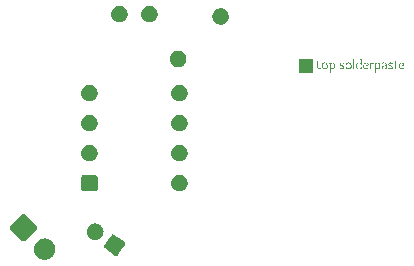
<source format=gtp>
G04                                                      *
G04 Greetings!                                           *
G04 This Gerber was generated by PCBmodE, an open source *
G04 PCB design software. Get it here:                    *
G04                                                      *
G04   http://pcbmode.com                                 *
G04                                                      *
G04 Also visit                                           *
G04                                                      *
G04   http://boldport.com                                *
G04                                                      *
G04 and follow @boldport / @pcbmode for updates!         *
G04                                                      *

G04 leading zeros omitted (L); absolute data (A); 6 integer digits and 6 fractional digits *
%FSLAX66Y66*%

G04 mode (MO): millimeters (MM) *
%MOMM*%

G04 Aperture definitions *
%ADD10C,0.001X*%
%ADD11C,0.001X*%

%LPD*%
G36*
G01X4287177Y-22559969D02*
G01X4287177Y-22559969D01*
G01X4246687Y-22516772D01*
G01X4209572Y-22471646D01*
G01X4175830Y-22424760D01*
G01X4145463Y-22376280D01*
G01X4118470Y-22326374D01*
G01X4094851Y-22275211D01*
G01X4074607Y-22222958D01*
G01X4057736Y-22169782D01*
G01X4044239Y-22115851D01*
G01X4034117Y-22061334D01*
G01X4027369Y-22006397D01*
G01X4023995Y-21951209D01*
G01X4023995Y-21895937D01*
G01X4027369Y-21840748D01*
G01X4034117Y-21785811D01*
G01X4044239Y-21731294D01*
G01X4057736Y-21677363D01*
G01X4074607Y-21624187D01*
G01X4094851Y-21571934D01*
G01X4118470Y-21520771D01*
G01X4145463Y-21470865D01*
G01X4175830Y-21422386D01*
G01X4209572Y-21375499D01*
G01X4246687Y-21330373D01*
G01X4287177Y-21287177D01*
G01X4287177Y-21287177D01*
G01X4287177Y-21287177D01*
G01X4330374Y-21246687D01*
G01X4375499Y-21209572D01*
G01X4422386Y-21175830D01*
G01X4470866Y-21145463D01*
G01X4520771Y-21118470D01*
G01X4571934Y-21094851D01*
G01X4624188Y-21074606D01*
G01X4677364Y-21057736D01*
G01X4731294Y-21044239D01*
G01X4785812Y-21034117D01*
G01X4840748Y-21027369D01*
G01X4895937Y-21023994D01*
G01X4951209Y-21023994D01*
G01X5006397Y-21027369D01*
G01X5061334Y-21034117D01*
G01X5115852Y-21044239D01*
G01X5169782Y-21057736D01*
G01X5222958Y-21074606D01*
G01X5275211Y-21094851D01*
G01X5326375Y-21118470D01*
G01X5376280Y-21145463D01*
G01X5424760Y-21175830D01*
G01X5471647Y-21209572D01*
G01X5516772Y-21246687D01*
G01X5559969Y-21287177D01*
G01X5559969Y-21287177D01*
G01X5559969Y-21287177D01*
G01X5600459Y-21330373D01*
G01X5637574Y-21375499D01*
G01X5671315Y-21422386D01*
G01X5701682Y-21470865D01*
G01X5728675Y-21520771D01*
G01X5752294Y-21571934D01*
G01X5772539Y-21624187D01*
G01X5789410Y-21677363D01*
G01X5802906Y-21731294D01*
G01X5813029Y-21785811D01*
G01X5819777Y-21840748D01*
G01X5823151Y-21895937D01*
G01X5823151Y-21951209D01*
G01X5819777Y-22006397D01*
G01X5813029Y-22061334D01*
G01X5802906Y-22115851D01*
G01X5789410Y-22169782D01*
G01X5772539Y-22222958D01*
G01X5752294Y-22275211D01*
G01X5728675Y-22326374D01*
G01X5701682Y-22376280D01*
G01X5671315Y-22424760D01*
G01X5637574Y-22471646D01*
G01X5600459Y-22516772D01*
G01X5559969Y-22559969D01*
G01X5559969Y-22559969D01*
G01X5559969Y-22559969D01*
G01X5516772Y-22600458D01*
G01X5471647Y-22637574D01*
G01X5424760Y-22671315D01*
G01X5376280Y-22701682D01*
G01X5326375Y-22728675D01*
G01X5275211Y-22752294D01*
G01X5222958Y-22772539D01*
G01X5169782Y-22789410D01*
G01X5115852Y-22802906D01*
G01X5061334Y-22813029D01*
G01X5006397Y-22819777D01*
G01X4951209Y-22823151D01*
G01X4895937Y-22823151D01*
G01X4840748Y-22819777D01*
G01X4785812Y-22813029D01*
G01X4731294Y-22802906D01*
G01X4677364Y-22789410D01*
G01X4624188Y-22772539D01*
G01X4571934Y-22752294D01*
G01X4520771Y-22728675D01*
G01X4470866Y-22701682D01*
G01X4422386Y-22671315D01*
G01X4375499Y-22637574D01*
G01X4330374Y-22600458D01*
G01X4287177Y-22559969D01*
G01X4287177Y-22559969D01*
G37*
G36*
G01X3763918Y-20763918D02*
G01X4188182Y-20339653D01*
G01X4188182Y-20339653D01*
G01X4219814Y-20302468D01*
G01X4244417Y-20261789D01*
G01X4261991Y-20218489D01*
G01X4272535Y-20173442D01*
G01X4276049Y-20127521D01*
G01X4272535Y-20081601D01*
G01X4261991Y-20036554D01*
G01X4244417Y-19993254D01*
G01X4219814Y-19952575D01*
G01X4188182Y-19915389D01*
G01X4188182Y-19915389D01*
G01X3763918Y-19491125D01*
G01X3339653Y-19066861D01*
G01X3339653Y-19066861D01*
G01X3302468Y-19035229D01*
G01X3261789Y-19010626D01*
G01X3218489Y-18993052D01*
G01X3173442Y-18982508D01*
G01X3127521Y-18978994D01*
G01X3081601Y-18982508D01*
G01X3036554Y-18993052D01*
G01X2993254Y-19010626D01*
G01X2952575Y-19035229D01*
G01X2915389Y-19066861D01*
G01X2915389Y-19066861D01*
G01X2491125Y-19491125D01*
G01X2066861Y-19915389D01*
G01X2066861Y-19915389D01*
G01X2035229Y-19952575D01*
G01X2010626Y-19993254D01*
G01X1993052Y-20036554D01*
G01X1982508Y-20081601D01*
G01X1978994Y-20127521D01*
G01X1982508Y-20173442D01*
G01X1993052Y-20218489D01*
G01X2010626Y-20261789D01*
G01X2035229Y-20302468D01*
G01X2066861Y-20339653D01*
G01X2066861Y-20339653D01*
G01X2491125Y-20763918D01*
G01X2915389Y-21188182D01*
G01X2915389Y-21188182D01*
G01X2952575Y-21219814D01*
G01X2993254Y-21244417D01*
G01X3036554Y-21261991D01*
G01X3081601Y-21272535D01*
G01X3127521Y-21276049D01*
G01X3173442Y-21272535D01*
G01X3218489Y-21261991D01*
G01X3261789Y-21244417D01*
G01X3302468Y-21219814D01*
G01X3339653Y-21188182D01*
G01X3339653Y-21188182D01*
G01X3763918Y-20763918D01*
G37*
G36*
G01X11255547Y-2725547D02*
G01X11255547Y-2725547D01*
G01X11198136Y-2723227D01*
G01X11142004Y-2716385D01*
G01X11087329Y-2705203D01*
G01X11034293Y-2689861D01*
G01X10983076Y-2670538D01*
G01X10933857Y-2647414D01*
G01X10886817Y-2620671D01*
G01X10842136Y-2590488D01*
G01X10799995Y-2557045D01*
G01X10760572Y-2520522D01*
G01X10724050Y-2481100D01*
G01X10690607Y-2438958D01*
G01X10660423Y-2394277D01*
G01X10633680Y-2347237D01*
G01X10610557Y-2298019D01*
G01X10591234Y-2246801D01*
G01X10575891Y-2193765D01*
G01X10564709Y-2139091D01*
G01X10557868Y-2082958D01*
G01X10555547Y-2025547D01*
G01X10555547Y-2025547D01*
G01X10555547Y-2025547D01*
G01X10557868Y-1968136D01*
G01X10564709Y-1912004D01*
G01X10575891Y-1857329D01*
G01X10591234Y-1804293D01*
G01X10610557Y-1753076D01*
G01X10633680Y-1703857D01*
G01X10660423Y-1656817D01*
G01X10690607Y-1612136D01*
G01X10724050Y-1569995D01*
G01X10760572Y-1530572D01*
G01X10799995Y-1494050D01*
G01X10842136Y-1460607D01*
G01X10886817Y-1430423D01*
G01X10933857Y-1403680D01*
G01X10983076Y-1380557D01*
G01X11034293Y-1361234D01*
G01X11087329Y-1345891D01*
G01X11142004Y-1334709D01*
G01X11198136Y-1327868D01*
G01X11255547Y-1325547D01*
G01X11255547Y-1325547D01*
G01X11255547Y-1325547D01*
G01X11312958Y-1327868D01*
G01X11369091Y-1334709D01*
G01X11423765Y-1345891D01*
G01X11476801Y-1361234D01*
G01X11528019Y-1380557D01*
G01X11577237Y-1403680D01*
G01X11624277Y-1430423D01*
G01X11668958Y-1460607D01*
G01X11711100Y-1494050D01*
G01X11750522Y-1530572D01*
G01X11787045Y-1569995D01*
G01X11820488Y-1612136D01*
G01X11850671Y-1656817D01*
G01X11877414Y-1703857D01*
G01X11900538Y-1753076D01*
G01X11919861Y-1804293D01*
G01X11935203Y-1857329D01*
G01X11946385Y-1912004D01*
G01X11953227Y-1968136D01*
G01X11955547Y-2025547D01*
G01X11955547Y-2025547D01*
G01X11955547Y-2025547D01*
G01X11953227Y-2082958D01*
G01X11946385Y-2139091D01*
G01X11935203Y-2193765D01*
G01X11919861Y-2246801D01*
G01X11900538Y-2298019D01*
G01X11877414Y-2347237D01*
G01X11850671Y-2394277D01*
G01X11820488Y-2438958D01*
G01X11787045Y-2481100D01*
G01X11750522Y-2520522D01*
G01X11711100Y-2557045D01*
G01X11668958Y-2590488D01*
G01X11624277Y-2620671D01*
G01X11577237Y-2647414D01*
G01X11528019Y-2670538D01*
G01X11476801Y-2689861D01*
G01X11423765Y-2705203D01*
G01X11369091Y-2716385D01*
G01X11312958Y-2723227D01*
G01X11255547Y-2725547D01*
G01X11255547Y-2725547D01*
G37*
G36*
G01X13795547Y-2725547D02*
G01X13795547Y-2725547D01*
G01X13738136Y-2723227D01*
G01X13682004Y-2716385D01*
G01X13627329Y-2705203D01*
G01X13574293Y-2689861D01*
G01X13523076Y-2670538D01*
G01X13473857Y-2647414D01*
G01X13426817Y-2620671D01*
G01X13382136Y-2590488D01*
G01X13339995Y-2557045D01*
G01X13300572Y-2520522D01*
G01X13264050Y-2481100D01*
G01X13230607Y-2438958D01*
G01X13200423Y-2394277D01*
G01X13173680Y-2347237D01*
G01X13150557Y-2298019D01*
G01X13131234Y-2246801D01*
G01X13115891Y-2193765D01*
G01X13104709Y-2139091D01*
G01X13097868Y-2082958D01*
G01X13095547Y-2025547D01*
G01X13095547Y-2025547D01*
G01X13095547Y-2025547D01*
G01X13097868Y-1968136D01*
G01X13104709Y-1912004D01*
G01X13115891Y-1857329D01*
G01X13131234Y-1804293D01*
G01X13150557Y-1753076D01*
G01X13173680Y-1703857D01*
G01X13200423Y-1656817D01*
G01X13230607Y-1612136D01*
G01X13264050Y-1569995D01*
G01X13300572Y-1530572D01*
G01X13339995Y-1494050D01*
G01X13382136Y-1460607D01*
G01X13426817Y-1430423D01*
G01X13473857Y-1403680D01*
G01X13523076Y-1380557D01*
G01X13574293Y-1361234D01*
G01X13627329Y-1345891D01*
G01X13682004Y-1334709D01*
G01X13738136Y-1327868D01*
G01X13795547Y-1325547D01*
G01X13795547Y-1325547D01*
G01X13795547Y-1325547D01*
G01X13852958Y-1327868D01*
G01X13909091Y-1334709D01*
G01X13963765Y-1345891D01*
G01X14016801Y-1361234D01*
G01X14068019Y-1380557D01*
G01X14117237Y-1403680D01*
G01X14164277Y-1430423D01*
G01X14208958Y-1460607D01*
G01X14251100Y-1494050D01*
G01X14290522Y-1530572D01*
G01X14327045Y-1569995D01*
G01X14360488Y-1612136D01*
G01X14390671Y-1656817D01*
G01X14417414Y-1703857D01*
G01X14440538Y-1753076D01*
G01X14459861Y-1804293D01*
G01X14475203Y-1857329D01*
G01X14486385Y-1912004D01*
G01X14493227Y-1968136D01*
G01X14495547Y-2025547D01*
G01X14495547Y-2025547D01*
G01X14495547Y-2025547D01*
G01X14493227Y-2082958D01*
G01X14486385Y-2139091D01*
G01X14475203Y-2193765D01*
G01X14459861Y-2246801D01*
G01X14440538Y-2298019D01*
G01X14417414Y-2347237D01*
G01X14390671Y-2394277D01*
G01X14360488Y-2438958D01*
G01X14327045Y-2481100D01*
G01X14290522Y-2520522D01*
G01X14251100Y-2557045D01*
G01X14208958Y-2590488D01*
G01X14164277Y-2620671D01*
G01X14117237Y-2647414D01*
G01X14068019Y-2670538D01*
G01X14016801Y-2689861D01*
G01X13963765Y-2705203D01*
G01X13909091Y-2716385D01*
G01X13852958Y-2723227D01*
G01X13795547Y-2725547D01*
G01X13795547Y-2725547D01*
G37*
G36*
G01X15734521Y-6316573D02*
G01X15734521Y-6316573D01*
G01X15695566Y-6274337D01*
G01X15660712Y-6229808D01*
G01X15629958Y-6183240D01*
G01X15603305Y-6134889D01*
G01X15580752Y-6085009D01*
G01X15562300Y-6033856D01*
G01X15547948Y-5981683D01*
G01X15537697Y-5928746D01*
G01X15531546Y-5875300D01*
G01X15529496Y-5821599D01*
G01X15531546Y-5767897D01*
G01X15537697Y-5714451D01*
G01X15547948Y-5661514D01*
G01X15562300Y-5609341D01*
G01X15580752Y-5558188D01*
G01X15603305Y-5508308D01*
G01X15629958Y-5459957D01*
G01X15660712Y-5413390D01*
G01X15695566Y-5368860D01*
G01X15734521Y-5326624D01*
G01X15734521Y-5326624D01*
G01X15734521Y-5326624D01*
G01X15776757Y-5287669D01*
G01X15821287Y-5252815D01*
G01X15867854Y-5222061D01*
G01X15916205Y-5195408D01*
G01X15966085Y-5172855D01*
G01X16017239Y-5154403D01*
G01X16069411Y-5140051D01*
G01X16122348Y-5129800D01*
G01X16175794Y-5123649D01*
G01X16229496Y-5121599D01*
G01X16283197Y-5123649D01*
G01X16336643Y-5129800D01*
G01X16389580Y-5140051D01*
G01X16441753Y-5154403D01*
G01X16492906Y-5172855D01*
G01X16542786Y-5195408D01*
G01X16591137Y-5222061D01*
G01X16637705Y-5252815D01*
G01X16682234Y-5287669D01*
G01X16724470Y-5326624D01*
G01X16724470Y-5326624D01*
G01X16724470Y-5326624D01*
G01X16763425Y-5368860D01*
G01X16798280Y-5413390D01*
G01X16829033Y-5459957D01*
G01X16855687Y-5508308D01*
G01X16878239Y-5558188D01*
G01X16896692Y-5609341D01*
G01X16911043Y-5661514D01*
G01X16921295Y-5714451D01*
G01X16927445Y-5767897D01*
G01X16929496Y-5821599D01*
G01X16927445Y-5875300D01*
G01X16921295Y-5928746D01*
G01X16911043Y-5981683D01*
G01X16896692Y-6033856D01*
G01X16878239Y-6085009D01*
G01X16855687Y-6134889D01*
G01X16829033Y-6183240D01*
G01X16798280Y-6229808D01*
G01X16763425Y-6274337D01*
G01X16724470Y-6316573D01*
G01X16724470Y-6316573D01*
G01X16724470Y-6316573D01*
G01X16682234Y-6355528D01*
G01X16637705Y-6390382D01*
G01X16591137Y-6421136D01*
G01X16542786Y-6447790D01*
G01X16492906Y-6470342D01*
G01X16441753Y-6488795D01*
G01X16389580Y-6503146D01*
G01X16336643Y-6513398D01*
G01X16283197Y-6519548D01*
G01X16229496Y-6521599D01*
G01X16175794Y-6519548D01*
G01X16122348Y-6513398D01*
G01X16069411Y-6503146D01*
G01X16017239Y-6488795D01*
G01X15966085Y-6470342D01*
G01X15916205Y-6447790D01*
G01X15867854Y-6421136D01*
G01X15821287Y-6390382D01*
G01X15776757Y-6355528D01*
G01X15734521Y-6316573D01*
G01X15734521Y-6316573D01*
G37*
G36*
G01X19326623Y-2724471D02*
G01X19326623Y-2724471D01*
G01X19287669Y-2682234D01*
G01X19252814Y-2637705D01*
G01X19222060Y-2591137D01*
G01X19195407Y-2542786D01*
G01X19172854Y-2492907D01*
G01X19154402Y-2441753D01*
G01X19140050Y-2389581D01*
G01X19129799Y-2336644D01*
G01X19123648Y-2283197D01*
G01X19121598Y-2229496D01*
G01X19123648Y-2175795D01*
G01X19129799Y-2122349D01*
G01X19140050Y-2069412D01*
G01X19154402Y-2017239D01*
G01X19172854Y-1966086D01*
G01X19195407Y-1916206D01*
G01X19222060Y-1867855D01*
G01X19252814Y-1821287D01*
G01X19287669Y-1776758D01*
G01X19326623Y-1734521D01*
G01X19326623Y-1734521D01*
G01X19326623Y-1734521D01*
G01X19368860Y-1695567D01*
G01X19413389Y-1660712D01*
G01X19459957Y-1629959D01*
G01X19508308Y-1603305D01*
G01X19558187Y-1580753D01*
G01X19609341Y-1562300D01*
G01X19661514Y-1547948D01*
G01X19714450Y-1537697D01*
G01X19767897Y-1531546D01*
G01X19821598Y-1529496D01*
G01X19875299Y-1531546D01*
G01X19928746Y-1537697D01*
G01X19981683Y-1547948D01*
G01X20033855Y-1562300D01*
G01X20085009Y-1580753D01*
G01X20134888Y-1603305D01*
G01X20183239Y-1629959D01*
G01X20229807Y-1660712D01*
G01X20274336Y-1695567D01*
G01X20316573Y-1734521D01*
G01X20316573Y-1734521D01*
G01X20316573Y-1734521D01*
G01X20355528Y-1776758D01*
G01X20390382Y-1821287D01*
G01X20421136Y-1867855D01*
G01X20447789Y-1916206D01*
G01X20470342Y-1966086D01*
G01X20488794Y-2017239D01*
G01X20503146Y-2069412D01*
G01X20513397Y-2122349D01*
G01X20519548Y-2175795D01*
G01X20521598Y-2229496D01*
G01X20519548Y-2283197D01*
G01X20513397Y-2336644D01*
G01X20503146Y-2389581D01*
G01X20488794Y-2441753D01*
G01X20470342Y-2492907D01*
G01X20447789Y-2542786D01*
G01X20421136Y-2591137D01*
G01X20390382Y-2637705D01*
G01X20355528Y-2682234D01*
G01X20316573Y-2724471D01*
G01X20316573Y-2724471D01*
G01X20316573Y-2724471D01*
G01X20274336Y-2763426D01*
G01X20229807Y-2798280D01*
G01X20183239Y-2829034D01*
G01X20134888Y-2855687D01*
G01X20085009Y-2878240D01*
G01X20033855Y-2896692D01*
G01X19981683Y-2911044D01*
G01X19928746Y-2921295D01*
G01X19875299Y-2927446D01*
G01X19821598Y-2929496D01*
G01X19767897Y-2927446D01*
G01X19714450Y-2921295D01*
G01X19661514Y-2911044D01*
G01X19609341Y-2896692D01*
G01X19558187Y-2878240D01*
G01X19508308Y-2855687D01*
G01X19459957Y-2829034D01*
G01X19413389Y-2798280D01*
G01X19368860Y-2763426D01*
G01X19326623Y-2724471D01*
G01X19326623Y-2724471D01*
G37*
G36*
G01X8715547Y-15635547D02*
G01X8265547Y-15635547D01*
G01X8265547Y-15635547D01*
G01X8213213Y-15641033D01*
G01X8164661Y-15656739D01*
G01X8121021Y-15681532D01*
G01X8083425Y-15714282D01*
G01X8053003Y-15753858D01*
G01X8030886Y-15799130D01*
G01X8018204Y-15848966D01*
G01X8015547Y-15885547D01*
G01X8015547Y-16335547D01*
G01X8015547Y-16785547D01*
G01X8015547Y-16785547D01*
G01X8021033Y-16837881D01*
G01X8036739Y-16886433D01*
G01X8061532Y-16930073D01*
G01X8094282Y-16967669D01*
G01X8133858Y-16998091D01*
G01X8179130Y-17020209D01*
G01X8228966Y-17032890D01*
G01X8265547Y-17035547D01*
G01X8715547Y-17035547D01*
G01X9165547Y-17035547D01*
G01X9165547Y-17035547D01*
G01X9217881Y-17030061D01*
G01X9266433Y-17014356D01*
G01X9310073Y-16989563D01*
G01X9347669Y-16956813D01*
G01X9378091Y-16917236D01*
G01X9400209Y-16871965D01*
G01X9412890Y-16822129D01*
G01X9415547Y-16785547D01*
G01X9415547Y-16335547D01*
G01X9415547Y-15885547D01*
G01X9415547Y-15885547D01*
G01X9410061Y-15833213D01*
G01X9394356Y-15784661D01*
G01X9369563Y-15741021D01*
G01X9336813Y-15703425D01*
G01X9297236Y-15673003D01*
G01X9251965Y-15650886D01*
G01X9202129Y-15638204D01*
G01X9165547Y-15635547D01*
G01X8715547Y-15635547D01*
G37*
G36*
G01X8015547Y-11255547D02*
G01X8015547Y-11255547D01*
G01X8017868Y-11198136D01*
G01X8024709Y-11142004D01*
G01X8035891Y-11087329D01*
G01X8051234Y-11034293D01*
G01X8070557Y-10983076D01*
G01X8093680Y-10933857D01*
G01X8120423Y-10886817D01*
G01X8150607Y-10842136D01*
G01X8184050Y-10799995D01*
G01X8220572Y-10760572D01*
G01X8259995Y-10724050D01*
G01X8302136Y-10690607D01*
G01X8346817Y-10660423D01*
G01X8393857Y-10633680D01*
G01X8443076Y-10610557D01*
G01X8494293Y-10591234D01*
G01X8547329Y-10575891D01*
G01X8602004Y-10564709D01*
G01X8658136Y-10557868D01*
G01X8715547Y-10555547D01*
G01X8715547Y-10555547D01*
G01X8715547Y-10555547D01*
G01X8772958Y-10557868D01*
G01X8829091Y-10564709D01*
G01X8883765Y-10575891D01*
G01X8936801Y-10591234D01*
G01X8988019Y-10610557D01*
G01X9037237Y-10633680D01*
G01X9084277Y-10660423D01*
G01X9128958Y-10690607D01*
G01X9171100Y-10724050D01*
G01X9210522Y-10760572D01*
G01X9247045Y-10799995D01*
G01X9280488Y-10842136D01*
G01X9310671Y-10886817D01*
G01X9337414Y-10933857D01*
G01X9360538Y-10983076D01*
G01X9379861Y-11034293D01*
G01X9395203Y-11087329D01*
G01X9406385Y-11142004D01*
G01X9413227Y-11198136D01*
G01X9415547Y-11255547D01*
G01X9415547Y-11255547D01*
G01X9415547Y-11255547D01*
G01X9413227Y-11312958D01*
G01X9406385Y-11369091D01*
G01X9395203Y-11423765D01*
G01X9379861Y-11476801D01*
G01X9360538Y-11528019D01*
G01X9337414Y-11577237D01*
G01X9310671Y-11624277D01*
G01X9280488Y-11668958D01*
G01X9247045Y-11711100D01*
G01X9210522Y-11750522D01*
G01X9171100Y-11787045D01*
G01X9128958Y-11820488D01*
G01X9084277Y-11850671D01*
G01X9037237Y-11877414D01*
G01X8988019Y-11900538D01*
G01X8936801Y-11919861D01*
G01X8883765Y-11935203D01*
G01X8829091Y-11946385D01*
G01X8772958Y-11953227D01*
G01X8715547Y-11955547D01*
G01X8715547Y-11955547D01*
G01X8715547Y-11955547D01*
G01X8658136Y-11953227D01*
G01X8602004Y-11946385D01*
G01X8547329Y-11935203D01*
G01X8494293Y-11919861D01*
G01X8443076Y-11900538D01*
G01X8393857Y-11877414D01*
G01X8346817Y-11850671D01*
G01X8302136Y-11820488D01*
G01X8259995Y-11787045D01*
G01X8220572Y-11750522D01*
G01X8184050Y-11711100D01*
G01X8150607Y-11668958D01*
G01X8120423Y-11624277D01*
G01X8093680Y-11577237D01*
G01X8070557Y-11528019D01*
G01X8051234Y-11476801D01*
G01X8035891Y-11423765D01*
G01X8024709Y-11369091D01*
G01X8017868Y-11312958D01*
G01X8015547Y-11255547D01*
G01X8015547Y-11255547D01*
G37*
G36*
G01X8015547Y-13795547D02*
G01X8015547Y-13795547D01*
G01X8017868Y-13738136D01*
G01X8024709Y-13682004D01*
G01X8035891Y-13627329D01*
G01X8051234Y-13574293D01*
G01X8070557Y-13523076D01*
G01X8093680Y-13473857D01*
G01X8120423Y-13426817D01*
G01X8150607Y-13382136D01*
G01X8184050Y-13339995D01*
G01X8220572Y-13300572D01*
G01X8259995Y-13264050D01*
G01X8302136Y-13230607D01*
G01X8346817Y-13200423D01*
G01X8393857Y-13173680D01*
G01X8443076Y-13150557D01*
G01X8494293Y-13131234D01*
G01X8547329Y-13115891D01*
G01X8602004Y-13104709D01*
G01X8658136Y-13097868D01*
G01X8715547Y-13095547D01*
G01X8715547Y-13095547D01*
G01X8715547Y-13095547D01*
G01X8772958Y-13097868D01*
G01X8829091Y-13104709D01*
G01X8883765Y-13115891D01*
G01X8936801Y-13131234D01*
G01X8988019Y-13150557D01*
G01X9037237Y-13173680D01*
G01X9084277Y-13200423D01*
G01X9128958Y-13230607D01*
G01X9171100Y-13264050D01*
G01X9210522Y-13300572D01*
G01X9247045Y-13339995D01*
G01X9280488Y-13382136D01*
G01X9310671Y-13426817D01*
G01X9337414Y-13473857D01*
G01X9360538Y-13523076D01*
G01X9379861Y-13574293D01*
G01X9395203Y-13627329D01*
G01X9406385Y-13682004D01*
G01X9413227Y-13738136D01*
G01X9415547Y-13795547D01*
G01X9415547Y-13795547D01*
G01X9415547Y-13795547D01*
G01X9413227Y-13852958D01*
G01X9406385Y-13909091D01*
G01X9395203Y-13963765D01*
G01X9379861Y-14016801D01*
G01X9360538Y-14068019D01*
G01X9337414Y-14117237D01*
G01X9310671Y-14164277D01*
G01X9280488Y-14208958D01*
G01X9247045Y-14251100D01*
G01X9210522Y-14290522D01*
G01X9171100Y-14327045D01*
G01X9128958Y-14360488D01*
G01X9084277Y-14390671D01*
G01X9037237Y-14417414D01*
G01X8988019Y-14440538D01*
G01X8936801Y-14459861D01*
G01X8883765Y-14475203D01*
G01X8829091Y-14486385D01*
G01X8772958Y-14493227D01*
G01X8715547Y-14495547D01*
G01X8715547Y-14495547D01*
G01X8715547Y-14495547D01*
G01X8658136Y-14493227D01*
G01X8602004Y-14486385D01*
G01X8547329Y-14475203D01*
G01X8494293Y-14459861D01*
G01X8443076Y-14440538D01*
G01X8393857Y-14417414D01*
G01X8346817Y-14390671D01*
G01X8302136Y-14360488D01*
G01X8259995Y-14327045D01*
G01X8220572Y-14290522D01*
G01X8184050Y-14251100D01*
G01X8150607Y-14208958D01*
G01X8120423Y-14164277D01*
G01X8093680Y-14117237D01*
G01X8070557Y-14068019D01*
G01X8051234Y-14016801D01*
G01X8035891Y-13963765D01*
G01X8024709Y-13909091D01*
G01X8017868Y-13852958D01*
G01X8015547Y-13795547D01*
G01X8015547Y-13795547D01*
G37*
G36*
G01X15635547Y-8715547D02*
G01X15635547Y-8715547D01*
G01X15637868Y-8658136D01*
G01X15644709Y-8602004D01*
G01X15655891Y-8547329D01*
G01X15671234Y-8494293D01*
G01X15690557Y-8443076D01*
G01X15713680Y-8393857D01*
G01X15740423Y-8346817D01*
G01X15770607Y-8302136D01*
G01X15804050Y-8259995D01*
G01X15840572Y-8220572D01*
G01X15879995Y-8184050D01*
G01X15922136Y-8150607D01*
G01X15966817Y-8120423D01*
G01X16013857Y-8093680D01*
G01X16063076Y-8070557D01*
G01X16114293Y-8051234D01*
G01X16167329Y-8035891D01*
G01X16222004Y-8024709D01*
G01X16278136Y-8017868D01*
G01X16335547Y-8015547D01*
G01X16335547Y-8015547D01*
G01X16335547Y-8015547D01*
G01X16392958Y-8017868D01*
G01X16449091Y-8024709D01*
G01X16503765Y-8035891D01*
G01X16556801Y-8051234D01*
G01X16608019Y-8070557D01*
G01X16657237Y-8093680D01*
G01X16704277Y-8120423D01*
G01X16748958Y-8150607D01*
G01X16791100Y-8184050D01*
G01X16830522Y-8220572D01*
G01X16867045Y-8259995D01*
G01X16900488Y-8302136D01*
G01X16930671Y-8346817D01*
G01X16957414Y-8393857D01*
G01X16980538Y-8443076D01*
G01X16999861Y-8494293D01*
G01X17015203Y-8547329D01*
G01X17026385Y-8602004D01*
G01X17033227Y-8658136D01*
G01X17035547Y-8715547D01*
G01X17035547Y-8715547D01*
G01X17035547Y-8715547D01*
G01X17033227Y-8772958D01*
G01X17026385Y-8829091D01*
G01X17015203Y-8883765D01*
G01X16999861Y-8936801D01*
G01X16980538Y-8988019D01*
G01X16957414Y-9037237D01*
G01X16930671Y-9084277D01*
G01X16900488Y-9128958D01*
G01X16867045Y-9171100D01*
G01X16830522Y-9210522D01*
G01X16791100Y-9247045D01*
G01X16748958Y-9280488D01*
G01X16704277Y-9310671D01*
G01X16657237Y-9337414D01*
G01X16608019Y-9360538D01*
G01X16556801Y-9379861D01*
G01X16503765Y-9395203D01*
G01X16449091Y-9406385D01*
G01X16392958Y-9413227D01*
G01X16335547Y-9415547D01*
G01X16335547Y-9415547D01*
G01X16335547Y-9415547D01*
G01X16278136Y-9413227D01*
G01X16222004Y-9406385D01*
G01X16167329Y-9395203D01*
G01X16114293Y-9379861D01*
G01X16063076Y-9360538D01*
G01X16013857Y-9337414D01*
G01X15966817Y-9310671D01*
G01X15922136Y-9280488D01*
G01X15879995Y-9247045D01*
G01X15840572Y-9210522D01*
G01X15804050Y-9171100D01*
G01X15770607Y-9128958D01*
G01X15740423Y-9084277D01*
G01X15713680Y-9037237D01*
G01X15690557Y-8988019D01*
G01X15671234Y-8936801D01*
G01X15655891Y-8883765D01*
G01X15644709Y-8829091D01*
G01X15637868Y-8772958D01*
G01X15635547Y-8715547D01*
G01X15635547Y-8715547D01*
G37*
G36*
G01X8015547Y-8715547D02*
G01X8015547Y-8715547D01*
G01X8017868Y-8658136D01*
G01X8024709Y-8602004D01*
G01X8035891Y-8547329D01*
G01X8051234Y-8494293D01*
G01X8070557Y-8443076D01*
G01X8093680Y-8393857D01*
G01X8120423Y-8346817D01*
G01X8150607Y-8302136D01*
G01X8184050Y-8259995D01*
G01X8220572Y-8220572D01*
G01X8259995Y-8184050D01*
G01X8302136Y-8150607D01*
G01X8346817Y-8120423D01*
G01X8393857Y-8093680D01*
G01X8443076Y-8070557D01*
G01X8494293Y-8051234D01*
G01X8547329Y-8035891D01*
G01X8602004Y-8024709D01*
G01X8658136Y-8017868D01*
G01X8715547Y-8015547D01*
G01X8715547Y-8015547D01*
G01X8715547Y-8015547D01*
G01X8772958Y-8017868D01*
G01X8829091Y-8024709D01*
G01X8883765Y-8035891D01*
G01X8936801Y-8051234D01*
G01X8988019Y-8070557D01*
G01X9037237Y-8093680D01*
G01X9084277Y-8120423D01*
G01X9128958Y-8150607D01*
G01X9171100Y-8184050D01*
G01X9210522Y-8220572D01*
G01X9247045Y-8259995D01*
G01X9280488Y-8302136D01*
G01X9310671Y-8346817D01*
G01X9337414Y-8393857D01*
G01X9360538Y-8443076D01*
G01X9379861Y-8494293D01*
G01X9395203Y-8547329D01*
G01X9406385Y-8602004D01*
G01X9413227Y-8658136D01*
G01X9415547Y-8715547D01*
G01X9415547Y-8715547D01*
G01X9415547Y-8715547D01*
G01X9413227Y-8772958D01*
G01X9406385Y-8829091D01*
G01X9395203Y-8883765D01*
G01X9379861Y-8936801D01*
G01X9360538Y-8988019D01*
G01X9337414Y-9037237D01*
G01X9310671Y-9084277D01*
G01X9280488Y-9128958D01*
G01X9247045Y-9171100D01*
G01X9210522Y-9210522D01*
G01X9171100Y-9247045D01*
G01X9128958Y-9280488D01*
G01X9084277Y-9310671D01*
G01X9037237Y-9337414D01*
G01X8988019Y-9360538D01*
G01X8936801Y-9379861D01*
G01X8883765Y-9395203D01*
G01X8829091Y-9406385D01*
G01X8772958Y-9413227D01*
G01X8715547Y-9415547D01*
G01X8715547Y-9415547D01*
G01X8715547Y-9415547D01*
G01X8658136Y-9413227D01*
G01X8602004Y-9406385D01*
G01X8547329Y-9395203D01*
G01X8494293Y-9379861D01*
G01X8443076Y-9360538D01*
G01X8393857Y-9337414D01*
G01X8346817Y-9310671D01*
G01X8302136Y-9280488D01*
G01X8259995Y-9247045D01*
G01X8220572Y-9210522D01*
G01X8184050Y-9171100D01*
G01X8150607Y-9128958D01*
G01X8120423Y-9084277D01*
G01X8093680Y-9037237D01*
G01X8070557Y-8988019D01*
G01X8051234Y-8936801D01*
G01X8035891Y-8883765D01*
G01X8024709Y-8829091D01*
G01X8017868Y-8772958D01*
G01X8015547Y-8715547D01*
G01X8015547Y-8715547D01*
G37*
G36*
G01X15635547Y-13795547D02*
G01X15635547Y-13795547D01*
G01X15637868Y-13738136D01*
G01X15644709Y-13682004D01*
G01X15655891Y-13627329D01*
G01X15671234Y-13574293D01*
G01X15690557Y-13523076D01*
G01X15713680Y-13473857D01*
G01X15740423Y-13426817D01*
G01X15770607Y-13382136D01*
G01X15804050Y-13339995D01*
G01X15840572Y-13300572D01*
G01X15879995Y-13264050D01*
G01X15922136Y-13230607D01*
G01X15966817Y-13200423D01*
G01X16013857Y-13173680D01*
G01X16063076Y-13150557D01*
G01X16114293Y-13131234D01*
G01X16167329Y-13115891D01*
G01X16222004Y-13104709D01*
G01X16278136Y-13097868D01*
G01X16335547Y-13095547D01*
G01X16335547Y-13095547D01*
G01X16335547Y-13095547D01*
G01X16392958Y-13097868D01*
G01X16449091Y-13104709D01*
G01X16503765Y-13115891D01*
G01X16556801Y-13131234D01*
G01X16608019Y-13150557D01*
G01X16657237Y-13173680D01*
G01X16704277Y-13200423D01*
G01X16748958Y-13230607D01*
G01X16791100Y-13264050D01*
G01X16830522Y-13300572D01*
G01X16867045Y-13339995D01*
G01X16900488Y-13382136D01*
G01X16930671Y-13426817D01*
G01X16957414Y-13473857D01*
G01X16980538Y-13523076D01*
G01X16999861Y-13574293D01*
G01X17015203Y-13627329D01*
G01X17026385Y-13682004D01*
G01X17033227Y-13738136D01*
G01X17035547Y-13795547D01*
G01X17035547Y-13795547D01*
G01X17035547Y-13795547D01*
G01X17033227Y-13852958D01*
G01X17026385Y-13909091D01*
G01X17015203Y-13963765D01*
G01X16999861Y-14016801D01*
G01X16980538Y-14068019D01*
G01X16957414Y-14117237D01*
G01X16930671Y-14164277D01*
G01X16900488Y-14208958D01*
G01X16867045Y-14251100D01*
G01X16830522Y-14290522D01*
G01X16791100Y-14327045D01*
G01X16748958Y-14360488D01*
G01X16704277Y-14390671D01*
G01X16657237Y-14417414D01*
G01X16608019Y-14440538D01*
G01X16556801Y-14459861D01*
G01X16503765Y-14475203D01*
G01X16449091Y-14486385D01*
G01X16392958Y-14493227D01*
G01X16335547Y-14495547D01*
G01X16335547Y-14495547D01*
G01X16335547Y-14495547D01*
G01X16278136Y-14493227D01*
G01X16222004Y-14486385D01*
G01X16167329Y-14475203D01*
G01X16114293Y-14459861D01*
G01X16063076Y-14440538D01*
G01X16013857Y-14417414D01*
G01X15966817Y-14390671D01*
G01X15922136Y-14360488D01*
G01X15879995Y-14327045D01*
G01X15840572Y-14290522D01*
G01X15804050Y-14251100D01*
G01X15770607Y-14208958D01*
G01X15740423Y-14164277D01*
G01X15713680Y-14117237D01*
G01X15690557Y-14068019D01*
G01X15671234Y-14016801D01*
G01X15655891Y-13963765D01*
G01X15644709Y-13909091D01*
G01X15637868Y-13852958D01*
G01X15635547Y-13795547D01*
G01X15635547Y-13795547D01*
G37*
G36*
G01X15635547Y-11255547D02*
G01X15635547Y-11255547D01*
G01X15637868Y-11198136D01*
G01X15644709Y-11142004D01*
G01X15655891Y-11087329D01*
G01X15671234Y-11034293D01*
G01X15690557Y-10983076D01*
G01X15713680Y-10933857D01*
G01X15740423Y-10886817D01*
G01X15770607Y-10842136D01*
G01X15804050Y-10799995D01*
G01X15840572Y-10760572D01*
G01X15879995Y-10724050D01*
G01X15922136Y-10690607D01*
G01X15966817Y-10660423D01*
G01X16013857Y-10633680D01*
G01X16063076Y-10610557D01*
G01X16114293Y-10591234D01*
G01X16167329Y-10575891D01*
G01X16222004Y-10564709D01*
G01X16278136Y-10557868D01*
G01X16335547Y-10555547D01*
G01X16335547Y-10555547D01*
G01X16335547Y-10555547D01*
G01X16392958Y-10557868D01*
G01X16449091Y-10564709D01*
G01X16503765Y-10575891D01*
G01X16556801Y-10591234D01*
G01X16608019Y-10610557D01*
G01X16657237Y-10633680D01*
G01X16704277Y-10660423D01*
G01X16748958Y-10690607D01*
G01X16791100Y-10724050D01*
G01X16830522Y-10760572D01*
G01X16867045Y-10799995D01*
G01X16900488Y-10842136D01*
G01X16930671Y-10886817D01*
G01X16957414Y-10933857D01*
G01X16980538Y-10983076D01*
G01X16999861Y-11034293D01*
G01X17015203Y-11087329D01*
G01X17026385Y-11142004D01*
G01X17033227Y-11198136D01*
G01X17035547Y-11255547D01*
G01X17035547Y-11255547D01*
G01X17035547Y-11255547D01*
G01X17033227Y-11312958D01*
G01X17026385Y-11369091D01*
G01X17015203Y-11423765D01*
G01X16999861Y-11476801D01*
G01X16980538Y-11528019D01*
G01X16957414Y-11577237D01*
G01X16930671Y-11624277D01*
G01X16900488Y-11668958D01*
G01X16867045Y-11711100D01*
G01X16830522Y-11750522D01*
G01X16791100Y-11787045D01*
G01X16748958Y-11820488D01*
G01X16704277Y-11850671D01*
G01X16657237Y-11877414D01*
G01X16608019Y-11900538D01*
G01X16556801Y-11919861D01*
G01X16503765Y-11935203D01*
G01X16449091Y-11946385D01*
G01X16392958Y-11953227D01*
G01X16335547Y-11955547D01*
G01X16335547Y-11955547D01*
G01X16335547Y-11955547D01*
G01X16278136Y-11953227D01*
G01X16222004Y-11946385D01*
G01X16167329Y-11935203D01*
G01X16114293Y-11919861D01*
G01X16063076Y-11900538D01*
G01X16013857Y-11877414D01*
G01X15966817Y-11850671D01*
G01X15922136Y-11820488D01*
G01X15879995Y-11787045D01*
G01X15840572Y-11750522D01*
G01X15804050Y-11711100D01*
G01X15770607Y-11668958D01*
G01X15740423Y-11624277D01*
G01X15713680Y-11577237D01*
G01X15690557Y-11528019D01*
G01X15671234Y-11476801D01*
G01X15655891Y-11423765D01*
G01X15644709Y-11369091D01*
G01X15637868Y-11312958D01*
G01X15635547Y-11255547D01*
G01X15635547Y-11255547D01*
G37*
G36*
G01X15635547Y-16335547D02*
G01X15635547Y-16335547D01*
G01X15637868Y-16278136D01*
G01X15644709Y-16222004D01*
G01X15655891Y-16167329D01*
G01X15671234Y-16114293D01*
G01X15690557Y-16063076D01*
G01X15713680Y-16013857D01*
G01X15740423Y-15966817D01*
G01X15770607Y-15922136D01*
G01X15804050Y-15879995D01*
G01X15840572Y-15840572D01*
G01X15879995Y-15804050D01*
G01X15922136Y-15770607D01*
G01X15966817Y-15740423D01*
G01X16013857Y-15713680D01*
G01X16063076Y-15690557D01*
G01X16114293Y-15671234D01*
G01X16167329Y-15655891D01*
G01X16222004Y-15644709D01*
G01X16278136Y-15637868D01*
G01X16335547Y-15635547D01*
G01X16335547Y-15635547D01*
G01X16335547Y-15635547D01*
G01X16392958Y-15637868D01*
G01X16449091Y-15644709D01*
G01X16503765Y-15655891D01*
G01X16556801Y-15671234D01*
G01X16608019Y-15690557D01*
G01X16657237Y-15713680D01*
G01X16704277Y-15740423D01*
G01X16748958Y-15770607D01*
G01X16791100Y-15804050D01*
G01X16830522Y-15840572D01*
G01X16867045Y-15879995D01*
G01X16900488Y-15922136D01*
G01X16930671Y-15966817D01*
G01X16957414Y-16013857D01*
G01X16980538Y-16063076D01*
G01X16999861Y-16114293D01*
G01X17015203Y-16167329D01*
G01X17026385Y-16222004D01*
G01X17033227Y-16278136D01*
G01X17035547Y-16335547D01*
G01X17035547Y-16335547D01*
G01X17035547Y-16335547D01*
G01X17033227Y-16392958D01*
G01X17026385Y-16449091D01*
G01X17015203Y-16503765D01*
G01X16999861Y-16556801D01*
G01X16980538Y-16608019D01*
G01X16957414Y-16657237D01*
G01X16930671Y-16704277D01*
G01X16900488Y-16748958D01*
G01X16867045Y-16791100D01*
G01X16830522Y-16830522D01*
G01X16791100Y-16867045D01*
G01X16748958Y-16900488D01*
G01X16704277Y-16930671D01*
G01X16657237Y-16957414D01*
G01X16608019Y-16980538D01*
G01X16556801Y-16999861D01*
G01X16503765Y-17015203D01*
G01X16449091Y-17026385D01*
G01X16392958Y-17033227D01*
G01X16335547Y-17035547D01*
G01X16335547Y-17035547D01*
G01X16335547Y-17035547D01*
G01X16278136Y-17033227D01*
G01X16222004Y-17026385D01*
G01X16167329Y-17015203D01*
G01X16114293Y-16999861D01*
G01X16063076Y-16980538D01*
G01X16013857Y-16957414D01*
G01X15966817Y-16930671D01*
G01X15922136Y-16900488D01*
G01X15879995Y-16867045D01*
G01X15840572Y-16830522D01*
G01X15804050Y-16791100D01*
G01X15770607Y-16748958D01*
G01X15740423Y-16704277D01*
G01X15713680Y-16657237D01*
G01X15690557Y-16608019D01*
G01X15671234Y-16556801D01*
G01X15655891Y-16503765D01*
G01X15644709Y-16449091D01*
G01X15637868Y-16392958D01*
G01X15635547Y-16335547D01*
G01X15635547Y-16335547D01*
G37*
G36*
G01X11418105Y-22000628D02*
G01X11733572Y-21550094D01*
G01X11733572Y-21550094D01*
G01X11754502Y-21506870D01*
G01X11760677Y-21460927D01*
G01X11752703Y-21415704D01*
G01X11731187Y-21374643D01*
G01X11696736Y-21341185D01*
G01X11696736Y-21341185D01*
G01X11246202Y-21025718D01*
G01X10795669Y-20710251D01*
G01X10795669Y-20710251D01*
G01X10752445Y-20689321D01*
G01X10706501Y-20683146D01*
G01X10661279Y-20691120D01*
G01X10620218Y-20712636D01*
G01X10586759Y-20747087D01*
G01X10586759Y-20747087D01*
G01X10271292Y-21197621D01*
G01X9955825Y-21648154D01*
G01X9955825Y-21648154D01*
G01X9934895Y-21691378D01*
G01X9928720Y-21737321D01*
G01X9936694Y-21782544D01*
G01X9958210Y-21823605D01*
G01X9992662Y-21857063D01*
G01X9992662Y-21857063D01*
G01X10443195Y-22172531D01*
G01X10893729Y-22487998D01*
G01X10893729Y-22487998D01*
G01X10936952Y-22508928D01*
G01X10982896Y-22515102D01*
G01X11028119Y-22507128D01*
G01X11069180Y-22485612D01*
G01X11102638Y-22451161D01*
G01X11102638Y-22451161D01*
G01X11418105Y-22000628D01*
G37*
G36*
G01X8804891Y-21025377D02*
G01X8804891Y-21025377D01*
G01X8759194Y-20990546D01*
G01X8717137Y-20952746D01*
G01X8678764Y-20912226D01*
G01X8644119Y-20869238D01*
G01X8613248Y-20824032D01*
G01X8586193Y-20776860D01*
G01X8563000Y-20727972D01*
G01X8543712Y-20677620D01*
G01X8528373Y-20626053D01*
G01X8517029Y-20573524D01*
G01X8509723Y-20520283D01*
G01X8506500Y-20466580D01*
G01X8507403Y-20412667D01*
G01X8512477Y-20358795D01*
G01X8521766Y-20305215D01*
G01X8535315Y-20252176D01*
G01X8553167Y-20199932D01*
G01X8575367Y-20148731D01*
G01X8601959Y-20098826D01*
G01X8632988Y-20050467D01*
G01X8632988Y-20050467D01*
G01X8632988Y-20050467D01*
G01X8667819Y-20004769D01*
G01X8705619Y-19962712D01*
G01X8746139Y-19924339D01*
G01X8789127Y-19889695D01*
G01X8834333Y-19858823D01*
G01X8881505Y-19831769D01*
G01X8930393Y-19808575D01*
G01X8980745Y-19789287D01*
G01X9032312Y-19773949D01*
G01X9084841Y-19762605D01*
G01X9138082Y-19755299D01*
G01X9191785Y-19752075D01*
G01X9245698Y-19752978D01*
G01X9299570Y-19758052D01*
G01X9353150Y-19767342D01*
G01X9406188Y-19780890D01*
G01X9458433Y-19798743D01*
G01X9509634Y-19820943D01*
G01X9559539Y-19847535D01*
G01X9607898Y-19878564D01*
G01X9607898Y-19878564D01*
G01X9607898Y-19878564D01*
G01X9653595Y-19913394D01*
G01X9695653Y-19951195D01*
G01X9734026Y-19991715D01*
G01X9768670Y-20034703D01*
G01X9799542Y-20079908D01*
G01X9826596Y-20127080D01*
G01X9849790Y-20175968D01*
G01X9869078Y-20226321D01*
G01X9884416Y-20277887D01*
G01X9895760Y-20330417D01*
G01X9903066Y-20383658D01*
G01X9906290Y-20437361D01*
G01X9905387Y-20491273D01*
G01X9900312Y-20545145D01*
G01X9891023Y-20598726D01*
G01X9877475Y-20651764D01*
G01X9859622Y-20704009D01*
G01X9837422Y-20755209D01*
G01X9810830Y-20805115D01*
G01X9779801Y-20853474D01*
G01X9779801Y-20853474D01*
G01X9779801Y-20853474D01*
G01X9744971Y-20899171D01*
G01X9707170Y-20941228D01*
G01X9666650Y-20979601D01*
G01X9623662Y-21014246D01*
G01X9578457Y-21045117D01*
G01X9531284Y-21072172D01*
G01X9482397Y-21095365D01*
G01X9432044Y-21114653D01*
G01X9380478Y-21129991D01*
G01X9327948Y-21141336D01*
G01X9274707Y-21148642D01*
G01X9221004Y-21151865D01*
G01X9167092Y-21150962D01*
G01X9113219Y-21145888D01*
G01X9059639Y-21136599D01*
G01X9006601Y-21123050D01*
G01X8954356Y-21105198D01*
G01X8903156Y-21082998D01*
G01X8853250Y-21056405D01*
G01X8804891Y-21025377D01*
G01X8804891Y-21025377D01*
G37*
G36*
G01X26451094Y-5800000D02*
G01X27651094Y-5800000D01*
G01X27651094Y-7000000D01*
G01X26451094Y-7000000D01*
G01X26451094Y-5800000D01*
G37*
G36*
G01X27901094Y-6179102D02*
G01X27901094Y-6179102D01*
G01X27918965Y-6143946D01*
G01X27918965Y-6143946D01*
G01X27975972Y-6136381D01*
G01X27980196Y-6136329D01*
G01X28014180Y-6136329D01*
G01X28014180Y-6136329D01*
G01X28010689Y-6057561D01*
G01X28007361Y-6010582D01*
G01X28006563Y-6001563D01*
G01X28006563Y-6001563D01*
G01X28046407Y-5998047D01*
G01X28046407Y-5998047D01*
G01X28100678Y-6028967D01*
G01X28103829Y-6043750D01*
G01X28103829Y-6043750D01*
G01X28101204Y-6102063D01*
G01X28099141Y-6137500D01*
G01X28099141Y-6137500D01*
G01X28194905Y-6136493D01*
G01X28257051Y-6134278D01*
G01X28290633Y-6132062D01*
G01X28300704Y-6131055D01*
G01X28300704Y-6131055D01*
G01X28300704Y-6131055D01*
G01X28305391Y-6159180D01*
G01X28305391Y-6159180D01*
G01X28292793Y-6191407D01*
G01X28292793Y-6191407D01*
G01X28252657Y-6200782D01*
G01X28252657Y-6200782D01*
G01X28194712Y-6201601D01*
G01X28129210Y-6201907D01*
G01X28096832Y-6201954D01*
G01X28096797Y-6201954D01*
G01X28096797Y-6201954D01*
G01X28095699Y-6276151D01*
G01X28095012Y-6346828D01*
G01X28094640Y-6407548D01*
G01X28094486Y-6451872D01*
G01X28094454Y-6473362D01*
G01X28094454Y-6474414D01*
G01X28094454Y-6474414D01*
G01X28101379Y-6560115D01*
G01X28113408Y-6601574D01*
G01X28117891Y-6610059D01*
G01X28117891Y-6610059D01*
G01X28172959Y-6640169D01*
G01X28195235Y-6642579D01*
G01X28195235Y-6642579D01*
G01X28259871Y-6622782D01*
G01X28281368Y-6606250D01*
G01X28281368Y-6606250D01*
G01X28303047Y-6649610D01*
G01X28303047Y-6649610D01*
G01X28272315Y-6690166D01*
G01X28271993Y-6690332D01*
G01X28271993Y-6690332D01*
G01X28210285Y-6705194D01*
G01X28196407Y-6705860D01*
G01X28196407Y-6705860D01*
G01X28118135Y-6691983D01*
G01X28072342Y-6665405D01*
G01X28055688Y-6648706D01*
G01X28055489Y-6648438D01*
G01X28055489Y-6648438D01*
G01X28029599Y-6590592D01*
G01X28017699Y-6528545D01*
G01X28014349Y-6484832D01*
G01X28014180Y-6476758D01*
G01X28014180Y-6476758D01*
G01X28015278Y-6369360D01*
G01X28015965Y-6292231D01*
G01X28016338Y-6241250D01*
G01X28016492Y-6212292D01*
G01X28016524Y-6201234D01*
G01X28016524Y-6200782D01*
G01X28016524Y-6200782D01*
G01X27967497Y-6204519D01*
G01X27907649Y-6209325D01*
G01X27904610Y-6209571D01*
G01X27904610Y-6209571D01*
G01X27901094Y-6179102D01*
G37*
G36*
G01X28376876Y-6415821D02*
G01X28376876Y-6415821D01*
G01X28385805Y-6336638D01*
G01X28406455Y-6274311D01*
G01X28429617Y-6230636D01*
G01X28446081Y-6207411D01*
G01X28448946Y-6204004D01*
G01X28448946Y-6204004D01*
G01X28506304Y-6159133D01*
G01X28565687Y-6135270D01*
G01X28613730Y-6125780D01*
G01X28637068Y-6124029D01*
G01X28637618Y-6124024D01*
G01X28637618Y-6124024D01*
G01X28714110Y-6135633D01*
G01X28772568Y-6161616D01*
G01X28810852Y-6188704D01*
G01X28826826Y-6203631D01*
G01X28827168Y-6204004D01*
G01X28827168Y-6204004D01*
G01X28864884Y-6262365D01*
G01X28886341Y-6324049D01*
G01X28896125Y-6377320D01*
G01X28898822Y-6410443D01*
G01X28898946Y-6415821D01*
G01X28898946Y-6415821D01*
G01X28889301Y-6498098D01*
G01X28867355Y-6561712D01*
G01X28843585Y-6604739D01*
G01X28828473Y-6625253D01*
G01X28827168Y-6626758D01*
G01X28827168Y-6626758D01*
G01X28769805Y-6671136D01*
G01X28710128Y-6694737D01*
G01X28661723Y-6704123D01*
G01X28638173Y-6705855D01*
G01X28637618Y-6705860D01*
G01X28637618Y-6705860D01*
G01X28561740Y-6694378D01*
G01X28503537Y-6668681D01*
G01X28465292Y-6641890D01*
G01X28449290Y-6627128D01*
G01X28448946Y-6626758D01*
G01X28448946Y-6626758D01*
G01X28411077Y-6568859D01*
G01X28389532Y-6507439D01*
G01X28379708Y-6454287D01*
G01X28377000Y-6421197D01*
G01X28376876Y-6415821D01*
G37*
%LPC*%
G36*
G01X28461250Y-6398829D02*
G01X28461250Y-6398829D01*
G01X28470161Y-6476577D01*
G01X28488714Y-6533587D01*
G01X28504637Y-6565382D01*
G01X28507833Y-6570508D01*
G01X28507833Y-6570508D01*
G01X28561607Y-6618444D01*
G01X28613472Y-6636368D01*
G01X28637593Y-6639063D01*
G01X28637618Y-6639063D01*
G01X28637618Y-6639063D01*
G01X28711603Y-6623214D01*
G01X28755894Y-6594963D01*
G01X28768282Y-6582813D01*
G01X28768282Y-6582813D01*
G01X28800418Y-6521594D01*
G01X28812970Y-6463139D01*
G01X28815154Y-6433255D01*
G01X28815157Y-6432813D01*
G01X28815157Y-6432813D01*
G01X28805966Y-6354953D01*
G01X28786830Y-6297709D01*
G01X28770406Y-6265713D01*
G01X28767110Y-6260547D01*
G01X28767110Y-6260547D01*
G01X28712759Y-6212202D01*
G01X28661349Y-6194124D01*
G01X28637642Y-6191407D01*
G01X28637618Y-6191407D01*
G01X28637618Y-6191407D01*
G01X28563797Y-6207420D01*
G01X28519800Y-6235966D01*
G01X28507540Y-6248243D01*
G01X28507540Y-6248243D01*
G01X28475805Y-6309864D01*
G01X28463410Y-6368475D01*
G01X28461253Y-6398387D01*
G01X28461250Y-6398829D01*
G37*
%LPD*%
G36*
G01X29024922Y-6142188D02*
G01X29024922Y-6142188D01*
G01X29071797Y-6132813D01*
G01X29071797Y-6132813D01*
G01X29119260Y-6168930D01*
G01X29123360Y-6192579D01*
G01X29123360Y-6192579D01*
G01X29191493Y-6152945D01*
G01X29252266Y-6132593D01*
G01X29295900Y-6125095D01*
G01X29312618Y-6124024D01*
G01X29312618Y-6124024D01*
G01X29312618Y-6124024D01*
G01X29386544Y-6138698D01*
G01X29437344Y-6167431D01*
G01X29460305Y-6187285D01*
G01X29461153Y-6188184D01*
G01X29461153Y-6188184D01*
G01X29494858Y-6245784D01*
G01X29512166Y-6309949D01*
G01X29518543Y-6362084D01*
G01X29519454Y-6383594D01*
G01X29519454Y-6383594D01*
G01X29519454Y-6383594D01*
G01X29512869Y-6459919D01*
G01X29500258Y-6516070D01*
G01X29492335Y-6540872D01*
G01X29492208Y-6541211D01*
G01X29492208Y-6541211D01*
G01X29456766Y-6604637D01*
G01X29420532Y-6645678D01*
G01X29405196Y-6659278D01*
G01X29405196Y-6659278D01*
G01X29341905Y-6691850D01*
G01X29286033Y-6704029D01*
G01X29261080Y-6705860D01*
G01X29261055Y-6705860D01*
G01X29261055Y-6705860D01*
G01X29190044Y-6693913D01*
G01X29140537Y-6673164D01*
G01X29126876Y-6665430D01*
G01X29126876Y-6665430D01*
G01X29127401Y-6722430D01*
G01X29127461Y-6728418D01*
G01X29127461Y-6728418D01*
G01X29128443Y-6797617D01*
G01X29128633Y-6805762D01*
G01X29128633Y-6805762D01*
G01X29131315Y-6864140D01*
G01X29131563Y-6868750D01*
G01X29131563Y-6868750D01*
G01X29137816Y-6932415D01*
G01X29138887Y-6939063D01*
G01X29138887Y-6939063D01*
G01X29150897Y-6988275D01*
G01X29150899Y-6988282D01*
G01X29150899Y-6988282D01*
G01X29102852Y-6997657D01*
G01X29102852Y-6997657D01*
G01X29056270Y-6982129D01*
G01X29056270Y-6982129D01*
G01X29056270Y-6982129D01*
G01X29044267Y-6929970D01*
G01X29044258Y-6929102D01*
G01X29044258Y-6929102D01*
G01X29044409Y-6861405D01*
G01X29044778Y-6790867D01*
G01X29045242Y-6725525D01*
G01X29045680Y-6673417D01*
G01X29045967Y-6642580D01*
G01X29046016Y-6637598D01*
G01X29046016Y-6637598D01*
G01X29046907Y-6541724D01*
G01X29047431Y-6471644D01*
G01X29047685Y-6425323D01*
G01X29047767Y-6400728D01*
G01X29047774Y-6395313D01*
G01X29047774Y-6395313D01*
G01X29045397Y-6296313D01*
G01X29039730Y-6224454D01*
G01X29032966Y-6176782D01*
G01X29027299Y-6150344D01*
G01X29024922Y-6142188D01*
G01X29024922Y-6142188D01*
G37*
%LPC*%
G36*
G01X29126876Y-6257618D02*
G01X29126876Y-6257618D01*
G01X29127780Y-6364310D01*
G01X29128415Y-6448442D01*
G01X29128829Y-6512056D01*
G01X29129069Y-6557191D01*
G01X29129183Y-6585889D01*
G01X29129217Y-6600191D01*
G01X29129219Y-6602735D01*
G01X29129219Y-6602735D01*
G01X29192348Y-6628358D01*
G01X29250032Y-6637750D01*
G01X29273360Y-6639063D01*
G01X29273360Y-6639063D01*
G01X29339424Y-6620752D01*
G01X29365059Y-6602442D01*
G01X29365059Y-6602442D01*
G01X29365059Y-6602442D01*
G01X29404836Y-6546459D01*
G01X29418304Y-6513918D01*
G01X29418379Y-6513672D01*
G01X29418379Y-6513672D01*
G01X29431180Y-6445912D01*
G01X29433880Y-6403661D01*
G01X29433907Y-6401172D01*
G01X29433907Y-6401172D01*
G01X29424459Y-6317118D01*
G01X29405960Y-6264788D01*
G01X29393177Y-6243135D01*
G01X29392598Y-6242383D01*
G01X29392598Y-6242383D01*
G01X29334568Y-6201353D01*
G01X29290882Y-6191616D01*
G01X29286251Y-6191407D01*
G01X29286251Y-6191407D01*
G01X29218095Y-6204882D01*
G01X29162603Y-6232390D01*
G01X29130663Y-6254552D01*
G01X29126876Y-6257618D01*
G37*
%LPD*%
G36*
G01X29896797Y-6610352D02*
G01X29896797Y-6610352D01*
G01X29934775Y-6566249D01*
G01X29950704Y-6559961D01*
G01X29950704Y-6559961D01*
G01X29991604Y-6609257D01*
G01X30007833Y-6618848D01*
G01X30007833Y-6618848D01*
G01X30073985Y-6636827D01*
G01X30103047Y-6639063D01*
G01X30103047Y-6639063D01*
G01X30170556Y-6624918D01*
G01X30186543Y-6616211D01*
G01X30186543Y-6616211D01*
G01X30216860Y-6561336D01*
G01X30218477Y-6545313D01*
G01X30218477Y-6545313D01*
G01X30191179Y-6493536D01*
G01X30186543Y-6490235D01*
G01X30186543Y-6490235D01*
G01X30126427Y-6465254D01*
G01X30109200Y-6460645D01*
G01X30109200Y-6460645D01*
G01X30042622Y-6443680D01*
G01X30018086Y-6436622D01*
G01X30018086Y-6436622D01*
G01X29959726Y-6403367D01*
G01X29940450Y-6384473D01*
G01X29940450Y-6384473D01*
G01X29913270Y-6323012D01*
G01X29908523Y-6283477D01*
G01X29908516Y-6282813D01*
G01X29908516Y-6282813D01*
G01X29928511Y-6215300D01*
G01X29961360Y-6175983D01*
G01X29970333Y-6168555D01*
G01X29970333Y-6168555D01*
G01X30035277Y-6136826D01*
G01X30089220Y-6125483D01*
G01X30110079Y-6124024D01*
G01X30110079Y-6124024D01*
G01X30178695Y-6134365D01*
G01X30218277Y-6148218D01*
G01X30220528Y-6149219D01*
G01X30220528Y-6149219D01*
G01X30269452Y-6196894D01*
G01X30274727Y-6218946D01*
G01X30274727Y-6218946D01*
G01X30236749Y-6263632D01*
G01X30220821Y-6269336D01*
G01X30220821Y-6269336D01*
G01X30179904Y-6221545D01*
G01X30166622Y-6213086D01*
G01X30166622Y-6213086D01*
G01X30102226Y-6193130D01*
G01X30081368Y-6191407D01*
G01X30081368Y-6191407D01*
G01X30019558Y-6207998D01*
G01X30010469Y-6213672D01*
G01X30010469Y-6213672D01*
G01X29981393Y-6267034D01*
G01X29980586Y-6276368D01*
G01X29980586Y-6276368D01*
G01X30007530Y-6328855D01*
G01X30012520Y-6332618D01*
G01X30012520Y-6332618D01*
G01X30071836Y-6358837D01*
G01X30089864Y-6363965D01*
G01X30089864Y-6363965D01*
G01X30155465Y-6381183D01*
G01X30180977Y-6388575D01*
G01X30180977Y-6388575D01*
G01X30240110Y-6421179D01*
G01X30258614Y-6438379D01*
G01X30258614Y-6438379D01*
G01X30286556Y-6498914D01*
G01X30290547Y-6532422D01*
G01X30290547Y-6532422D01*
G01X30290547Y-6532422D01*
G01X30274126Y-6604822D01*
G01X30244114Y-6648147D01*
G01X30229317Y-6661622D01*
G01X30229317Y-6661622D01*
G01X30165001Y-6692555D01*
G01X30108747Y-6704121D01*
G01X30083737Y-6705860D01*
G01X30083711Y-6705860D01*
G01X30083711Y-6705860D01*
G01X30009541Y-6696952D01*
G01X29962896Y-6682318D01*
G01X29953633Y-6678321D01*
G01X29953633Y-6678321D01*
G01X29902330Y-6630827D01*
G01X29896797Y-6610352D01*
G37*
G36*
G01X30393086Y-6415821D02*
G01X30393086Y-6415821D01*
G01X30402016Y-6336638D01*
G01X30422666Y-6274311D01*
G01X30445828Y-6230636D01*
G01X30462292Y-6207411D01*
G01X30465157Y-6204004D01*
G01X30465157Y-6204004D01*
G01X30522515Y-6159133D01*
G01X30581898Y-6135270D01*
G01X30629941Y-6125780D01*
G01X30653279Y-6124029D01*
G01X30653829Y-6124024D01*
G01X30653829Y-6124024D01*
G01X30730321Y-6135633D01*
G01X30788779Y-6161616D01*
G01X30827063Y-6188704D01*
G01X30843037Y-6203631D01*
G01X30843379Y-6204004D01*
G01X30843379Y-6204004D01*
G01X30881095Y-6262365D01*
G01X30902551Y-6324049D01*
G01X30912336Y-6377320D01*
G01X30915033Y-6410443D01*
G01X30915157Y-6415821D01*
G01X30915157Y-6415821D01*
G01X30905512Y-6498098D01*
G01X30883566Y-6561712D01*
G01X30859796Y-6604739D01*
G01X30844684Y-6625253D01*
G01X30843379Y-6626758D01*
G01X30843379Y-6626758D01*
G01X30786016Y-6671136D01*
G01X30726339Y-6694737D01*
G01X30677934Y-6704123D01*
G01X30654383Y-6705855D01*
G01X30653829Y-6705860D01*
G01X30653829Y-6705860D01*
G01X30577951Y-6694378D01*
G01X30519748Y-6668681D01*
G01X30481503Y-6641890D01*
G01X30465501Y-6627128D01*
G01X30465157Y-6626758D01*
G01X30465157Y-6626758D01*
G01X30427288Y-6568859D01*
G01X30405743Y-6507438D01*
G01X30395919Y-6454287D01*
G01X30393211Y-6421197D01*
G01X30393086Y-6415821D01*
G37*
%LPC*%
G36*
G01X30477461Y-6398829D02*
G01X30477461Y-6398829D01*
G01X30486372Y-6476577D01*
G01X30504925Y-6533587D01*
G01X30520848Y-6565382D01*
G01X30524043Y-6570508D01*
G01X30524043Y-6570508D01*
G01X30577818Y-6618444D01*
G01X30629683Y-6636368D01*
G01X30653804Y-6639063D01*
G01X30653829Y-6639063D01*
G01X30653829Y-6639063D01*
G01X30727814Y-6623214D01*
G01X30772105Y-6594963D01*
G01X30784493Y-6582813D01*
G01X30784493Y-6582813D01*
G01X30816629Y-6521594D01*
G01X30829181Y-6463139D01*
G01X30831365Y-6433255D01*
G01X30831368Y-6432813D01*
G01X30831368Y-6432813D01*
G01X30822177Y-6354953D01*
G01X30803041Y-6297709D01*
G01X30786617Y-6265713D01*
G01X30783321Y-6260547D01*
G01X30783321Y-6260547D01*
G01X30728970Y-6212202D01*
G01X30677560Y-6194124D01*
G01X30653853Y-6191407D01*
G01X30653829Y-6191407D01*
G01X30653829Y-6191407D01*
G01X30580008Y-6207420D01*
G01X30536011Y-6235966D01*
G01X30523750Y-6248243D01*
G01X30523750Y-6248243D01*
G01X30492016Y-6309864D01*
G01X30479621Y-6368475D01*
G01X30477464Y-6398387D01*
G01X30477461Y-6398829D01*
G37*
%LPD*%
G36*
G01X31041133Y-5805860D02*
G01X31041133Y-5805860D01*
G01X31083321Y-5802344D01*
G01X31083321Y-5802344D01*
G01X31135609Y-5833907D01*
G01X31138399Y-5848047D01*
G01X31138399Y-5848047D01*
G01X31136859Y-5904789D01*
G01X31136641Y-5912207D01*
G01X31136641Y-5912207D01*
G01X31134799Y-5976627D01*
G01X31133108Y-6037843D01*
G01X31132259Y-6069071D01*
G01X31132247Y-6069532D01*
G01X31132247Y-6069532D01*
G01X31130678Y-6144038D01*
G01X31129901Y-6208111D01*
G01X31129638Y-6251555D01*
G01X31129610Y-6264649D01*
G01X31129610Y-6451563D01*
G01X31129610Y-6451563D01*
G01X31132210Y-6541160D01*
G01X31138317Y-6609312D01*
G01X31145391Y-6656279D01*
G01X31150894Y-6682322D01*
G01X31152461Y-6688282D01*
G01X31152461Y-6688282D01*
G01X31107344Y-6697657D01*
G01X31107344Y-6697657D01*
G01X31061055Y-6683301D01*
G01X31061055Y-6683301D01*
G01X31048165Y-6635547D01*
G01X31048165Y-6635547D01*
G01X31048165Y-6635547D01*
G01X31048463Y-6585454D01*
G01X31049022Y-6518080D01*
G01X31049336Y-6482949D01*
G01X31049336Y-6482911D01*
G01X31049336Y-6482911D01*
G01X31050052Y-6393698D01*
G01X31050394Y-6332444D01*
G01X31050500Y-6299047D01*
G01X31050508Y-6292188D01*
G01X31050508Y-6152735D01*
G01X31050508Y-6152735D01*
G01X31049939Y-6039649D01*
G01X31048483Y-5953003D01*
G01X31046522Y-5889653D01*
G01X31044433Y-5846454D01*
G01X31042598Y-5820261D01*
G01X31041396Y-5807931D01*
G01X31041133Y-5805860D01*
G37*
G36*
G01X31278438Y-6415821D02*
G01X31278438Y-6415821D01*
G01X31287586Y-6337181D01*
G01X31308739Y-6275036D01*
G01X31332466Y-6231333D01*
G01X31349332Y-6208018D01*
G01X31352266Y-6204590D01*
G01X31352266Y-6204590D01*
G01X31411244Y-6158013D01*
G01X31469014Y-6134095D01*
G01X31512941Y-6125283D01*
G01X31530391Y-6124024D01*
G01X31530391Y-6124024D01*
G01X31530391Y-6124024D01*
G01X31601654Y-6135580D01*
G01X31653344Y-6156180D01*
G01X31669844Y-6165039D01*
G01X31669844Y-6165039D01*
G01X31671707Y-6086439D01*
G01X31672174Y-6044792D01*
G01X31672188Y-6040235D01*
G01X31672188Y-6040235D01*
G01X31671026Y-5951904D01*
G01X31668340Y-5882917D01*
G01X31665327Y-5834921D01*
G01X31663186Y-5809562D01*
G01X31662813Y-5805860D01*
G01X31662813Y-5805860D01*
G01X31705586Y-5802344D01*
G01X31705586Y-5802344D01*
G01X31756978Y-5834543D01*
G01X31759493Y-5848047D01*
G01X31759493Y-5848047D01*
G01X31758994Y-5889368D01*
G01X31757787Y-5952903D01*
G01X31756306Y-6022159D01*
G01X31754985Y-6080644D01*
G01X31754257Y-6111862D01*
G01X31754219Y-6113477D01*
G01X31754219Y-6113477D01*
G01X31752071Y-6210156D01*
G01X31750604Y-6287669D01*
G01X31749687Y-6347009D01*
G01X31749192Y-6389170D01*
G01X31748988Y-6415146D01*
G01X31748946Y-6425929D01*
G01X31748946Y-6426368D01*
G01X31748946Y-6426368D01*
G01X31751107Y-6526081D01*
G01X31756337Y-6598900D01*
G01X31762755Y-6648005D01*
G01X31768480Y-6676581D01*
G01X31771632Y-6687811D01*
G01X31771797Y-6688282D01*
G01X31771797Y-6688282D01*
G01X31726094Y-6697657D01*
G01X31726094Y-6697657D01*
G01X31678294Y-6661539D01*
G01X31673360Y-6637891D01*
G01X31673360Y-6637891D01*
G01X31610288Y-6681533D01*
G01X31554946Y-6700824D01*
G01X31521565Y-6705710D01*
G01X31517501Y-6705860D01*
G01X31516329Y-6705860D01*
G01X31516329Y-6705860D01*
G01X31444902Y-6691149D01*
G01X31389894Y-6659933D01*
G01X31356701Y-6631587D01*
G01X31349336Y-6623829D01*
G01X31349336Y-6623829D01*
G01X31310805Y-6562320D01*
G01X31289602Y-6499268D01*
G01X31280550Y-6447078D01*
G01X31278474Y-6418152D01*
G01X31278438Y-6415821D01*
G37*
%LPC*%
G36*
G01X31362813Y-6398829D02*
G01X31362813Y-6398829D01*
G01X31372453Y-6478780D01*
G01X31392522Y-6536803D01*
G01X31409746Y-6568884D01*
G01X31413204Y-6574024D01*
G01X31413204Y-6574024D01*
G01X31469896Y-6623752D01*
G01X31518277Y-6640728D01*
G01X31535079Y-6642579D01*
G01X31535079Y-6642579D01*
G01X31600928Y-6625109D01*
G01X31649929Y-6592410D01*
G01X31669825Y-6574044D01*
G01X31669844Y-6574024D01*
G01X31669844Y-6574024D01*
G01X31668940Y-6452175D01*
G01X31668304Y-6362406D01*
G01X31667890Y-6299935D01*
G01X31667651Y-6259980D01*
G01X31667537Y-6237760D01*
G01X31667503Y-6228492D01*
G01X31667501Y-6227149D01*
G01X31667501Y-6227149D01*
G01X31597949Y-6199519D01*
G01X31551953Y-6191787D01*
G01X31543868Y-6191407D01*
G01X31543868Y-6191407D01*
G01X31471125Y-6206650D01*
G01X31425944Y-6234507D01*
G01X31411446Y-6248243D01*
G01X31411446Y-6248243D01*
G01X31378105Y-6309864D01*
G01X31365082Y-6368475D01*
G01X31362816Y-6398387D01*
G01X31362813Y-6398829D01*
G37*
%LPD*%
G36*
G01X31897188Y-6418164D02*
G01X31897188Y-6418164D01*
G01X31907098Y-6334220D01*
G01X31930015Y-6270006D01*
G01X31955718Y-6226198D01*
G01X31973990Y-6203468D01*
G01X31977168Y-6200196D01*
G01X31977168Y-6200196D01*
G01X32040253Y-6156159D01*
G01X32101058Y-6133545D01*
G01X32146866Y-6125214D01*
G01X32164961Y-6124024D01*
G01X32164961Y-6124024D01*
G01X32164961Y-6124024D01*
G01X32240433Y-6137396D01*
G01X32287373Y-6161233D01*
G01X32300899Y-6171485D01*
G01X32300899Y-6171485D01*
G01X32341783Y-6231175D01*
G01X32352630Y-6275791D01*
G01X32353047Y-6282813D01*
G01X32353047Y-6282813D01*
G01X32341515Y-6348760D01*
G01X32336348Y-6360743D01*
G01X32336348Y-6360743D01*
G01X32296839Y-6406645D01*
G01X32292696Y-6409668D01*
G01X32292696Y-6409668D01*
G01X32233578Y-6432883D01*
G01X32214766Y-6437207D01*
G01X32214766Y-6437207D01*
G01X32145552Y-6446839D01*
G01X32114571Y-6449219D01*
G01X32114571Y-6449219D01*
G01X32114571Y-6449219D01*
G01X32049419Y-6451031D01*
G01X31995549Y-6451538D01*
G01X31985079Y-6451563D01*
G01X31985079Y-6451563D01*
G01X32003151Y-6526526D01*
G01X32026361Y-6573309D01*
G01X32036934Y-6588379D01*
G01X32036934Y-6588379D01*
G01X32093739Y-6626984D01*
G01X32143442Y-6638362D01*
G01X32155001Y-6639063D01*
G01X32155001Y-6639063D01*
G01X32230391Y-6622249D01*
G01X32271205Y-6591519D01*
G01X32282735Y-6576368D01*
G01X32282735Y-6576368D01*
G01X32328898Y-6619079D01*
G01X32330196Y-6626758D01*
G01X32330196Y-6626758D01*
G01X32294885Y-6674261D01*
G01X32275704Y-6684180D01*
G01X32275704Y-6684180D01*
G01X32207710Y-6701407D01*
G01X32159910Y-6705733D01*
G01X32153829Y-6705860D01*
G01X32153829Y-6705860D01*
G01X32077236Y-6694736D01*
G01X32018990Y-6670264D01*
G01X31981948Y-6645792D01*
G01X31968965Y-6634668D01*
G01X31968965Y-6634668D01*
G01X31968965Y-6634668D01*
G01X31931250Y-6579256D01*
G01X31909793Y-6516338D01*
G01X31900009Y-6459934D01*
G01X31897312Y-6424063D01*
G01X31897188Y-6418164D01*
G37*
%LPC*%
G36*
G01X31983907Y-6391797D02*
G01X31983907Y-6391797D01*
G01X32054166Y-6391055D01*
G01X32070040Y-6390625D01*
G01X32070040Y-6390625D01*
G01X32132998Y-6384997D01*
G01X32145626Y-6383301D01*
G01X32145626Y-6383301D01*
G01X32206698Y-6368374D01*
G01X32211836Y-6366309D01*
G01X32211836Y-6366309D01*
G01X32253099Y-6335308D01*
G01X32253145Y-6335254D01*
G01X32253145Y-6335254D01*
G01X32270424Y-6285582D01*
G01X32270430Y-6285157D01*
G01X32270430Y-6285157D01*
G01X32247275Y-6227423D01*
G01X32238790Y-6218360D01*
G01X32238790Y-6218360D01*
G01X32179632Y-6192173D01*
G01X32160274Y-6190235D01*
G01X32160274Y-6190235D01*
G01X32090453Y-6205463D01*
G01X32047040Y-6231202D01*
G01X32037227Y-6239454D01*
G01X32037227Y-6239454D01*
G01X32002461Y-6296090D01*
G01X31987462Y-6355740D01*
G01X31983957Y-6390335D01*
G01X31983907Y-6391797D01*
G37*
%LPD*%
G36*
G01X32479024Y-6136329D02*
G01X32479024Y-6136329D01*
G01X32520040Y-6132813D01*
G01X32520040Y-6132813D01*
G01X32569575Y-6165830D01*
G01X32571602Y-6177930D01*
G01X32571602Y-6177930D01*
G01X32571016Y-6194336D01*
G01X32571016Y-6194336D01*
G01X32570430Y-6220118D01*
G01X32570430Y-6220118D01*
G01X32614587Y-6170230D01*
G01X32634590Y-6153614D01*
G01X32634590Y-6153614D01*
G01X32696832Y-6126063D01*
G01X32713985Y-6124024D01*
G01X32713985Y-6124024D01*
G01X32757344Y-6136622D01*
G01X32757344Y-6136622D01*
G01X32773165Y-6170899D01*
G01X32773165Y-6170899D01*
G01X32750789Y-6222581D01*
G01X32749141Y-6224805D01*
G01X32749141Y-6224805D01*
G01X32694978Y-6202165D01*
G01X32691133Y-6201954D01*
G01X32691133Y-6201954D01*
G01X32632744Y-6222290D01*
G01X32624043Y-6228321D01*
G01X32624043Y-6228321D01*
G01X32579749Y-6278005D01*
G01X32567501Y-6298047D01*
G01X32567501Y-6298047D01*
G01X32566681Y-6355096D01*
G01X32566375Y-6418922D01*
G01X32566329Y-6450358D01*
G01X32566329Y-6450391D01*
G01X32566329Y-6450391D01*
G01X32568929Y-6541043D01*
G01X32575036Y-6609580D01*
G01X32582110Y-6656523D01*
G01X32587612Y-6682393D01*
G01X32589180Y-6688282D01*
G01X32589180Y-6688282D01*
G01X32543477Y-6697657D01*
G01X32543477Y-6697657D01*
G01X32496895Y-6682129D01*
G01X32496895Y-6682129D01*
G01X32496895Y-6682129D01*
G01X32484892Y-6629970D01*
G01X32484883Y-6629102D01*
G01X32484883Y-6629102D01*
G01X32485522Y-6570743D01*
G01X32486055Y-6534473D01*
G01X32486055Y-6534473D01*
G01X32487010Y-6456431D01*
G01X32487224Y-6419448D01*
G01X32487227Y-6416993D01*
G01X32487227Y-6416993D01*
G01X32486525Y-6330650D01*
G01X32484803Y-6258114D01*
G01X32482634Y-6201006D01*
G01X32480593Y-6160946D01*
G01X32479254Y-6139552D01*
G01X32479024Y-6136329D01*
G37*
G36*
G01X32856954Y-6142188D02*
G01X32856954Y-6142188D01*
G01X32903829Y-6132813D01*
G01X32903829Y-6132813D01*
G01X32951292Y-6168930D01*
G01X32955391Y-6192579D01*
G01X32955391Y-6192579D01*
G01X33023525Y-6152945D01*
G01X33084297Y-6132593D01*
G01X33127931Y-6125095D01*
G01X33144649Y-6124024D01*
G01X33144649Y-6124024D01*
G01X33144649Y-6124024D01*
G01X33218575Y-6138698D01*
G01X33269375Y-6167431D01*
G01X33292336Y-6187285D01*
G01X33293184Y-6188184D01*
G01X33293184Y-6188184D01*
G01X33326889Y-6245784D01*
G01X33344197Y-6309949D01*
G01X33350574Y-6362084D01*
G01X33351485Y-6383594D01*
G01X33351485Y-6383594D01*
G01X33351485Y-6383594D01*
G01X33344900Y-6459919D01*
G01X33332290Y-6516070D01*
G01X33324366Y-6540872D01*
G01X33324239Y-6541211D01*
G01X33324239Y-6541211D01*
G01X33288797Y-6604637D01*
G01X33252563Y-6645678D01*
G01X33237227Y-6659278D01*
G01X33237227Y-6659278D01*
G01X33173936Y-6691850D01*
G01X33118064Y-6704029D01*
G01X33093112Y-6705860D01*
G01X33093086Y-6705860D01*
G01X33093086Y-6705860D01*
G01X33022075Y-6693913D01*
G01X32972569Y-6673164D01*
G01X32958907Y-6665430D01*
G01X32958907Y-6665430D01*
G01X32959432Y-6722430D01*
G01X32959493Y-6728418D01*
G01X32959493Y-6728418D01*
G01X32960474Y-6797617D01*
G01X32960665Y-6805762D01*
G01X32960665Y-6805762D01*
G01X32963346Y-6864140D01*
G01X32963594Y-6868750D01*
G01X32963594Y-6868750D01*
G01X32969848Y-6932415D01*
G01X32970918Y-6939063D01*
G01X32970918Y-6939063D01*
G01X32982928Y-6988275D01*
G01X32982930Y-6988282D01*
G01X32982930Y-6988282D01*
G01X32934883Y-6997657D01*
G01X32934883Y-6997657D01*
G01X32888301Y-6982129D01*
G01X32888301Y-6982129D01*
G01X32888301Y-6982129D01*
G01X32876298Y-6929970D01*
G01X32876290Y-6929102D01*
G01X32876290Y-6929102D01*
G01X32876440Y-6861405D01*
G01X32876809Y-6790867D01*
G01X32877274Y-6725525D01*
G01X32877711Y-6673417D01*
G01X32877998Y-6642580D01*
G01X32878047Y-6637598D01*
G01X32878047Y-6637598D01*
G01X32878939Y-6541724D01*
G01X32879462Y-6471644D01*
G01X32879716Y-6425323D01*
G01X32879798Y-6400728D01*
G01X32879805Y-6395313D01*
G01X32879805Y-6395313D01*
G01X32877429Y-6296313D01*
G01X32871761Y-6224454D01*
G01X32864997Y-6176782D01*
G01X32859330Y-6150344D01*
G01X32856954Y-6142188D01*
G01X32856954Y-6142188D01*
G37*
%LPC*%
G36*
G01X32958907Y-6257618D02*
G01X32958907Y-6257618D01*
G01X32959811Y-6364310D01*
G01X32960447Y-6448442D01*
G01X32960861Y-6512056D01*
G01X32961101Y-6557191D01*
G01X32961214Y-6585889D01*
G01X32961248Y-6600191D01*
G01X32961251Y-6602735D01*
G01X32961251Y-6602735D01*
G01X33024380Y-6628358D01*
G01X33082063Y-6637750D01*
G01X33105391Y-6639063D01*
G01X33105391Y-6639063D01*
G01X33171456Y-6620752D01*
G01X33197090Y-6602442D01*
G01X33197090Y-6602442D01*
G01X33197090Y-6602442D01*
G01X33236867Y-6546459D01*
G01X33250336Y-6513918D01*
G01X33250411Y-6513672D01*
G01X33250411Y-6513672D01*
G01X33263211Y-6445912D01*
G01X33265911Y-6403661D01*
G01X33265938Y-6401172D01*
G01X33265938Y-6401172D01*
G01X33256490Y-6317118D01*
G01X33237991Y-6264788D01*
G01X33225208Y-6243135D01*
G01X33224629Y-6242383D01*
G01X33224629Y-6242383D01*
G01X33166599Y-6201353D01*
G01X33122913Y-6191616D01*
G01X33118282Y-6191407D01*
G01X33118282Y-6191407D01*
G01X33050126Y-6204882D01*
G01X32994634Y-6232390D01*
G01X32962694Y-6254552D01*
G01X32958907Y-6257618D01*
G37*
%LPD*%
G36*
G01X33458711Y-6537110D02*
G01X33458711Y-6537110D01*
G01X33473928Y-6467540D01*
G01X33487422Y-6447168D01*
G01X33487422Y-6447168D01*
G01X33542479Y-6412388D01*
G01X33566524Y-6403516D01*
G01X33566524Y-6403516D01*
G01X33631071Y-6389877D01*
G01X33697667Y-6380345D01*
G01X33754407Y-6374434D01*
G01X33789388Y-6371657D01*
G01X33795040Y-6371289D01*
G01X33795040Y-6371289D01*
G01X33787941Y-6286357D01*
G01X33775286Y-6241541D01*
G01X33769844Y-6230372D01*
G01X33769844Y-6230372D01*
G01X33716856Y-6198623D01*
G01X33667060Y-6191514D01*
G01X33662618Y-6191407D01*
G01X33662618Y-6191407D01*
G01X33602421Y-6207902D01*
G01X33593184Y-6212793D01*
G01X33593184Y-6212793D01*
G01X33547685Y-6259390D01*
G01X33538985Y-6275196D01*
G01X33538985Y-6275196D01*
G01X33486477Y-6238722D01*
G01X33483907Y-6227149D01*
G01X33483907Y-6227149D01*
G01X33513630Y-6171304D01*
G01X33541622Y-6152149D01*
G01X33541622Y-6152149D01*
G01X33608653Y-6131056D01*
G01X33662212Y-6124518D01*
G01X33676094Y-6124024D01*
G01X33676094Y-6124024D01*
G01X33758405Y-6134361D01*
G01X33808257Y-6154158D01*
G01X33827035Y-6166597D01*
G01X33827266Y-6166797D01*
G01X33827266Y-6166797D01*
G01X33859529Y-6220714D01*
G01X33872677Y-6281749D01*
G01X33875297Y-6318169D01*
G01X33875313Y-6319727D01*
G01X33875313Y-6319727D01*
G01X33874380Y-6377642D01*
G01X33874141Y-6390332D01*
G01X33874141Y-6390332D01*
G01X33873076Y-6463495D01*
G01X33872969Y-6482032D01*
G01X33872969Y-6482032D01*
G01X33876540Y-6572596D01*
G01X33884395Y-6637012D01*
G01X33892250Y-6675501D01*
G01X33895821Y-6688282D01*
G01X33895821Y-6688282D01*
G01X33895821Y-6688282D01*
G01X33848946Y-6697657D01*
G01X33848946Y-6697657D01*
G01X33811739Y-6685059D01*
G01X33811739Y-6685059D01*
G01X33797383Y-6644922D01*
G01X33797383Y-6644922D01*
G01X33731407Y-6684958D01*
G01X33676474Y-6701960D01*
G01X33646157Y-6705799D01*
G01X33643868Y-6705860D01*
G01X33643868Y-6705860D01*
G01X33561013Y-6691426D01*
G01X33507508Y-6655996D01*
G01X33476935Y-6611381D01*
G01X33462875Y-6569391D01*
G01X33458912Y-6541835D01*
G01X33458711Y-6537110D01*
G37*
%LPC*%
G36*
G01X33543086Y-6537110D02*
G01X33543086Y-6537110D01*
G01X33561853Y-6602310D01*
G01X33574141Y-6616797D01*
G01X33574141Y-6616797D01*
G01X33634343Y-6640929D01*
G01X33653243Y-6642579D01*
G01X33653243Y-6642579D01*
G01X33726359Y-6628121D01*
G01X33774676Y-6601700D01*
G01X33790938Y-6588672D01*
G01X33790938Y-6588672D01*
G01X33789768Y-6533765D01*
G01X33789766Y-6532422D01*
G01X33789766Y-6532422D01*
G01X33792094Y-6463043D01*
G01X33793868Y-6432813D01*
G01X33793868Y-6432813D01*
G01X33741804Y-6438661D01*
G01X33741719Y-6438672D01*
G01X33741719Y-6438672D01*
G01X33694551Y-6444532D01*
G01X33694551Y-6444532D01*
G01X33650606Y-6451563D01*
G01X33650606Y-6451563D01*
G01X33615450Y-6461231D01*
G01X33615450Y-6461231D01*
G01X33584395Y-6474707D01*
G01X33584395Y-6474707D01*
G01X33562715Y-6490821D01*
G01X33562715Y-6490821D01*
G01X33547188Y-6511036D01*
G01X33547188Y-6511036D01*
G01X33543086Y-6537110D01*
G37*
%LPD*%
G36*
G01X34009493Y-6610352D02*
G01X34009493Y-6610352D01*
G01X34047470Y-6566249D01*
G01X34063399Y-6559961D01*
G01X34063399Y-6559961D01*
G01X34104300Y-6609257D01*
G01X34120528Y-6618848D01*
G01X34120528Y-6618848D01*
G01X34186680Y-6636827D01*
G01X34215743Y-6639063D01*
G01X34215743Y-6639063D01*
G01X34283251Y-6624918D01*
G01X34299239Y-6616211D01*
G01X34299239Y-6616211D01*
G01X34329555Y-6561336D01*
G01X34331172Y-6545313D01*
G01X34331172Y-6545313D01*
G01X34303874Y-6493536D01*
G01X34299239Y-6490235D01*
G01X34299239Y-6490235D01*
G01X34239123Y-6465254D01*
G01X34221895Y-6460645D01*
G01X34221895Y-6460645D01*
G01X34155317Y-6443680D01*
G01X34130782Y-6436622D01*
G01X34130782Y-6436622D01*
G01X34072422Y-6403367D01*
G01X34053145Y-6384473D01*
G01X34053145Y-6384473D01*
G01X34025966Y-6323012D01*
G01X34021218Y-6283477D01*
G01X34021211Y-6282813D01*
G01X34021211Y-6282813D01*
G01X34041206Y-6215300D01*
G01X34074055Y-6175983D01*
G01X34083028Y-6168555D01*
G01X34083028Y-6168555D01*
G01X34147972Y-6136826D01*
G01X34201916Y-6125483D01*
G01X34222774Y-6124024D01*
G01X34222774Y-6124024D01*
G01X34291391Y-6134365D01*
G01X34330972Y-6148218D01*
G01X34333223Y-6149219D01*
G01X34333223Y-6149219D01*
G01X34382147Y-6196894D01*
G01X34387422Y-6218946D01*
G01X34387422Y-6218946D01*
G01X34349445Y-6263632D01*
G01X34333516Y-6269336D01*
G01X34333516Y-6269336D01*
G01X34292599Y-6221545D01*
G01X34279317Y-6213086D01*
G01X34279317Y-6213086D01*
G01X34214921Y-6193130D01*
G01X34194063Y-6191407D01*
G01X34194063Y-6191407D01*
G01X34132253Y-6207998D01*
G01X34123165Y-6213672D01*
G01X34123165Y-6213672D01*
G01X34094089Y-6267034D01*
G01X34093282Y-6276368D01*
G01X34093282Y-6276368D01*
G01X34120226Y-6328855D01*
G01X34125215Y-6332618D01*
G01X34125215Y-6332618D01*
G01X34184531Y-6358837D01*
G01X34202559Y-6363965D01*
G01X34202559Y-6363965D01*
G01X34268160Y-6381183D01*
G01X34293672Y-6388575D01*
G01X34293672Y-6388575D01*
G01X34352806Y-6421179D01*
G01X34371309Y-6438379D01*
G01X34371309Y-6438379D01*
G01X34399251Y-6498914D01*
G01X34403243Y-6532422D01*
G01X34403243Y-6532422D01*
G01X34403243Y-6532422D01*
G01X34386821Y-6604822D01*
G01X34356809Y-6648147D01*
G01X34342012Y-6661622D01*
G01X34342012Y-6661622D01*
G01X34277697Y-6692555D01*
G01X34221442Y-6704121D01*
G01X34196432Y-6705860D01*
G01X34196407Y-6705860D01*
G01X34196407Y-6705860D01*
G01X34122236Y-6696952D01*
G01X34075591Y-6682318D01*
G01X34066329Y-6678321D01*
G01X34066329Y-6678321D01*
G01X34015025Y-6630827D01*
G01X34009493Y-6610352D01*
G37*
G36*
G01X34451876Y-6179102D02*
G01X34451876Y-6179102D01*
G01X34469747Y-6143946D01*
G01X34469747Y-6143946D01*
G01X34526753Y-6136381D01*
G01X34530977Y-6136329D01*
G01X34564961Y-6136329D01*
G01X34564961Y-6136329D01*
G01X34561471Y-6057561D01*
G01X34558142Y-6010582D01*
G01X34557344Y-6001563D01*
G01X34557344Y-6001563D01*
G01X34597188Y-5998047D01*
G01X34597188Y-5998047D01*
G01X34651459Y-6028967D01*
G01X34654610Y-6043750D01*
G01X34654610Y-6043750D01*
G01X34651985Y-6102063D01*
G01X34649922Y-6137500D01*
G01X34649922Y-6137500D01*
G01X34745687Y-6136493D01*
G01X34807833Y-6134278D01*
G01X34841414Y-6132062D01*
G01X34851485Y-6131055D01*
G01X34851485Y-6131055D01*
G01X34851485Y-6131055D01*
G01X34856172Y-6159180D01*
G01X34856172Y-6159180D01*
G01X34843575Y-6191407D01*
G01X34843575Y-6191407D01*
G01X34803438Y-6200782D01*
G01X34803438Y-6200782D01*
G01X34745493Y-6201601D01*
G01X34679991Y-6201907D01*
G01X34647613Y-6201954D01*
G01X34647579Y-6201954D01*
G01X34647579Y-6201954D01*
G01X34646480Y-6276151D01*
G01X34645793Y-6346828D01*
G01X34645421Y-6407548D01*
G01X34645267Y-6451872D01*
G01X34645235Y-6473362D01*
G01X34645235Y-6474414D01*
G01X34645235Y-6474414D01*
G01X34652160Y-6560115D01*
G01X34664189Y-6601574D01*
G01X34668672Y-6610059D01*
G01X34668672Y-6610059D01*
G01X34723740Y-6640169D01*
G01X34746016Y-6642579D01*
G01X34746016Y-6642579D01*
G01X34810653Y-6622782D01*
G01X34832149Y-6606250D01*
G01X34832149Y-6606250D01*
G01X34853829Y-6649610D01*
G01X34853829Y-6649610D01*
G01X34823096Y-6690166D01*
G01X34822774Y-6690332D01*
G01X34822774Y-6690332D01*
G01X34761066Y-6705194D01*
G01X34747188Y-6705860D01*
G01X34747188Y-6705860D01*
G01X34668916Y-6691983D01*
G01X34623124Y-6665405D01*
G01X34606469Y-6648706D01*
G01X34606270Y-6648438D01*
G01X34606270Y-6648438D01*
G01X34580380Y-6590592D01*
G01X34568480Y-6528545D01*
G01X34565131Y-6484832D01*
G01X34564961Y-6476758D01*
G01X34564961Y-6476758D01*
G01X34566060Y-6369360D01*
G01X34566747Y-6292231D01*
G01X34567119Y-6241250D01*
G01X34567273Y-6212292D01*
G01X34567305Y-6201234D01*
G01X34567305Y-6200782D01*
G01X34567305Y-6200782D01*
G01X34518278Y-6204519D01*
G01X34458430Y-6209325D01*
G01X34455391Y-6209571D01*
G01X34455391Y-6209571D01*
G01X34451875Y-6179102D01*
G37*
G36*
G01X34927657Y-6418164D02*
G01X34927657Y-6418164D01*
G01X34937567Y-6334220D01*
G01X34960483Y-6270006D01*
G01X34986187Y-6226198D01*
G01X35004458Y-6203468D01*
G01X35007637Y-6200196D01*
G01X35007637Y-6200196D01*
G01X35070722Y-6156159D01*
G01X35131526Y-6133545D01*
G01X35177335Y-6125214D01*
G01X35195430Y-6124024D01*
G01X35195430Y-6124024D01*
G01X35195430Y-6124024D01*
G01X35270902Y-6137396D01*
G01X35317841Y-6161233D01*
G01X35331368Y-6171485D01*
G01X35331368Y-6171485D01*
G01X35372252Y-6231175D01*
G01X35383099Y-6275791D01*
G01X35383516Y-6282813D01*
G01X35383516Y-6282813D01*
G01X35371984Y-6348760D01*
G01X35366817Y-6360743D01*
G01X35366817Y-6360743D01*
G01X35327308Y-6406645D01*
G01X35323165Y-6409668D01*
G01X35323165Y-6409668D01*
G01X35264047Y-6432883D01*
G01X35245235Y-6437207D01*
G01X35245235Y-6437207D01*
G01X35176021Y-6446839D01*
G01X35145040Y-6449219D01*
G01X35145040Y-6449219D01*
G01X35145040Y-6449219D01*
G01X35079887Y-6451031D01*
G01X35026018Y-6451538D01*
G01X35015547Y-6451563D01*
G01X35015547Y-6451563D01*
G01X35033620Y-6526526D01*
G01X35056830Y-6573309D01*
G01X35067403Y-6588379D01*
G01X35067403Y-6588379D01*
G01X35124208Y-6626984D01*
G01X35173911Y-6638362D01*
G01X35185469Y-6639063D01*
G01X35185469Y-6639063D01*
G01X35260860Y-6622249D01*
G01X35301674Y-6591519D01*
G01X35313204Y-6576368D01*
G01X35313204Y-6576368D01*
G01X35359367Y-6619079D01*
G01X35360665Y-6626758D01*
G01X35360665Y-6626758D01*
G01X35325354Y-6674261D01*
G01X35306172Y-6684180D01*
G01X35306172Y-6684180D01*
G01X35238179Y-6701407D01*
G01X35190379Y-6705733D01*
G01X35184297Y-6705860D01*
G01X35184297Y-6705860D01*
G01X35107704Y-6694736D01*
G01X35049459Y-6670264D01*
G01X35012416Y-6645792D01*
G01X34999434Y-6634668D01*
G01X34999434Y-6634668D01*
G01X34999434Y-6634668D01*
G01X34961719Y-6579256D01*
G01X34940262Y-6516338D01*
G01X34930478Y-6459934D01*
G01X34927781Y-6424063D01*
G01X34927657Y-6418164D01*
G37*
%LPC*%
G36*
G01X35014376Y-6391797D02*
G01X35014376Y-6391797D01*
G01X35084635Y-6391055D01*
G01X35100508Y-6390625D01*
G01X35100508Y-6390625D01*
G01X35163467Y-6384997D01*
G01X35176094Y-6383301D01*
G01X35176094Y-6383301D01*
G01X35237167Y-6368374D01*
G01X35242305Y-6366309D01*
G01X35242305Y-6366309D01*
G01X35283567Y-6335308D01*
G01X35283614Y-6335254D01*
G01X35283614Y-6335254D01*
G01X35300893Y-6285582D01*
G01X35300899Y-6285157D01*
G01X35300899Y-6285157D01*
G01X35277744Y-6227423D01*
G01X35269258Y-6218360D01*
G01X35269258Y-6218360D01*
G01X35210101Y-6192173D01*
G01X35190743Y-6190235D01*
G01X35190743Y-6190235D01*
G01X35120922Y-6205463D01*
G01X35077509Y-6231202D01*
G01X35067696Y-6239454D01*
G01X35067696Y-6239454D01*
G01X35032929Y-6296090D01*
G01X35017931Y-6355740D01*
G01X35014426Y-6390335D01*
G01X35014376Y-6391797D01*
G37*

G04 Pad flashes *
%LPD*%
D11*

G04 end of program *
M02*

</source>
